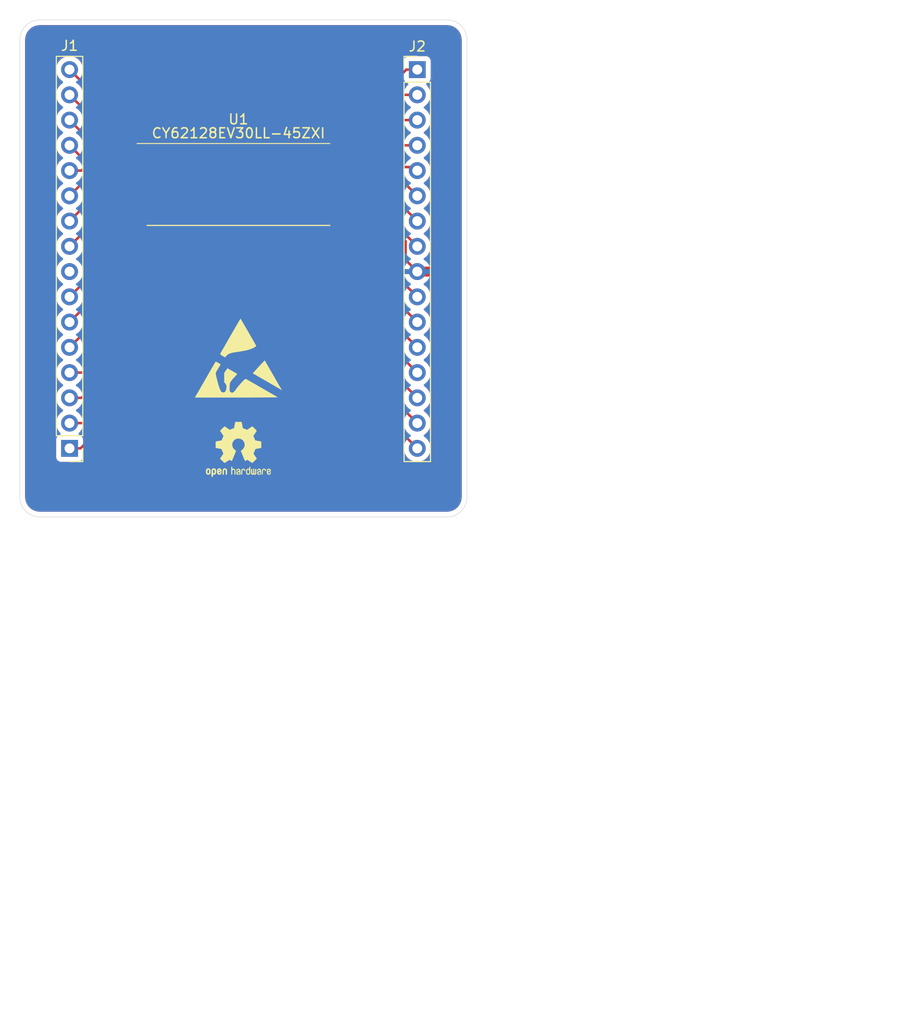
<source format=kicad_pcb>
(kicad_pcb (version 20171130) (host pcbnew "(5.1.5)-3")

  (general
    (thickness 1.6)
    (drawings 9)
    (tracks 110)
    (zones 0)
    (modules 5)
    (nets 34)
  )

  (page A4)
  (layers
    (0 F.Cu signal)
    (31 B.Cu signal)
    (32 B.Adhes user)
    (33 F.Adhes user)
    (34 B.Paste user)
    (35 F.Paste user)
    (36 B.SilkS user)
    (37 F.SilkS user)
    (38 B.Mask user)
    (39 F.Mask user)
    (40 Dwgs.User user)
    (41 Cmts.User user)
    (42 Eco1.User user)
    (43 Eco2.User user)
    (44 Edge.Cuts user)
    (45 Margin user)
    (46 B.CrtYd user)
    (47 F.CrtYd user)
    (48 B.Fab user)
    (49 F.Fab user)
  )

  (setup
    (last_trace_width 0.25)
    (trace_clearance 0.2)
    (zone_clearance 0.5)
    (zone_45_only yes)
    (trace_min 0.2)
    (via_size 0.8)
    (via_drill 0.4)
    (via_min_size 0.4)
    (via_min_drill 0.3)
    (user_via 0.65 0.35)
    (uvia_size 0.3)
    (uvia_drill 0.1)
    (uvias_allowed no)
    (uvia_min_size 0.2)
    (uvia_min_drill 0.1)
    (edge_width 0.05)
    (segment_width 0.2)
    (pcb_text_width 0.3)
    (pcb_text_size 1.5 1.5)
    (mod_edge_width 0.12)
    (mod_text_size 1 1)
    (mod_text_width 0.15)
    (pad_size 1.524 1.524)
    (pad_drill 0.762)
    (pad_to_mask_clearance 0.051)
    (solder_mask_min_width 0.25)
    (aux_axis_origin 0 0)
    (visible_elements 7FFDFFFF)
    (pcbplotparams
      (layerselection 0x010f0_ffffffff)
      (usegerberextensions false)
      (usegerberattributes false)
      (usegerberadvancedattributes false)
      (creategerberjobfile false)
      (excludeedgelayer true)
      (linewidth 0.100000)
      (plotframeref false)
      (viasonmask false)
      (mode 1)
      (useauxorigin false)
      (hpglpennumber 1)
      (hpglpenspeed 20)
      (hpglpendiameter 15.000000)
      (psnegative false)
      (psa4output false)
      (plotreference true)
      (plotvalue true)
      (plotinvisibletext false)
      (padsonsilk false)
      (subtractmaskfromsilk false)
      (outputformat 1)
      (mirror false)
      (drillshape 0)
      (scaleselection 1)
      (outputdirectory "gerb out/"))
  )

  (net 0 "")
  (net 1 "Net-(J1-Pad16)")
  (net 2 "Net-(J1-Pad15)")
  (net 3 "Net-(J1-Pad14)")
  (net 4 "Net-(J1-Pad13)")
  (net 5 "Net-(J1-Pad12)")
  (net 6 "Net-(J1-Pad11)")
  (net 7 "Net-(J1-Pad10)")
  (net 8 "Net-(J1-Pad9)")
  (net 9 "Net-(J1-Pad8)")
  (net 10 "Net-(J1-Pad7)")
  (net 11 "Net-(J1-Pad6)")
  (net 12 "Net-(J1-Pad5)")
  (net 13 "Net-(J1-Pad4)")
  (net 14 "Net-(J1-Pad3)")
  (net 15 "Net-(J1-Pad2)")
  (net 16 "Net-(J1-Pad1)")
  (net 17 "Net-(J2-Pad16)")
  (net 18 "Net-(J2-Pad15)")
  (net 19 "Net-(J2-Pad14)")
  (net 20 "Net-(J2-Pad13)")
  (net 21 "Net-(J2-Pad12)")
  (net 22 "Net-(J2-Pad11)")
  (net 23 "Net-(J2-Pad10)")
  (net 24 "Net-(J2-Pad8)")
  (net 25 "Net-(J2-Pad7)")
  (net 26 "Net-(J2-Pad6)")
  (net 27 "Net-(J2-Pad5)")
  (net 28 "Net-(J2-Pad4)")
  (net 29 "Net-(J2-Pad3)")
  (net 30 "Net-(J2-Pad2)")
  (net 31 "Net-(J2-Pad1)")
  (net 32 "Net-(U1-Pad9)")
  (net 33 "Net-(J2-Pad9)")

  (net_class Default "This is the default net class."
    (clearance 0.2)
    (trace_width 0.25)
    (via_dia 0.8)
    (via_drill 0.4)
    (uvia_dia 0.3)
    (uvia_drill 0.1)
    (add_net "Net-(J1-Pad1)")
    (add_net "Net-(J1-Pad10)")
    (add_net "Net-(J1-Pad11)")
    (add_net "Net-(J1-Pad12)")
    (add_net "Net-(J1-Pad13)")
    (add_net "Net-(J1-Pad14)")
    (add_net "Net-(J1-Pad15)")
    (add_net "Net-(J1-Pad16)")
    (add_net "Net-(J1-Pad2)")
    (add_net "Net-(J1-Pad3)")
    (add_net "Net-(J1-Pad4)")
    (add_net "Net-(J1-Pad5)")
    (add_net "Net-(J1-Pad6)")
    (add_net "Net-(J1-Pad7)")
    (add_net "Net-(J1-Pad8)")
    (add_net "Net-(J1-Pad9)")
    (add_net "Net-(J2-Pad1)")
    (add_net "Net-(J2-Pad10)")
    (add_net "Net-(J2-Pad11)")
    (add_net "Net-(J2-Pad12)")
    (add_net "Net-(J2-Pad13)")
    (add_net "Net-(J2-Pad14)")
    (add_net "Net-(J2-Pad15)")
    (add_net "Net-(J2-Pad16)")
    (add_net "Net-(J2-Pad2)")
    (add_net "Net-(J2-Pad3)")
    (add_net "Net-(J2-Pad4)")
    (add_net "Net-(J2-Pad5)")
    (add_net "Net-(J2-Pad6)")
    (add_net "Net-(J2-Pad7)")
    (add_net "Net-(J2-Pad8)")
    (add_net "Net-(J2-Pad9)")
    (add_net "Net-(U1-Pad9)")
  )

  (module Package_SO:TSOP-I-32_18.4x8mm_P0.5mm (layer F.Cu) (tedit 5A02F25C) (tstamp 5E717BBE)
    (at 112 56.5565)
    (descr "TSOP I, 32 pins, 18.4x8mm body (https://www.micron.com/~/media/documents/products/technical-note/nor-flash/tn1225_land_pad_design.pdf, http://www.fujitsu.com/downloads/MICRO/fma/pdfmcu/f32pm25.pdf)")
    (tags "TSOP I 32")
    (path /5E4E0DB8)
    (attr smd)
    (fp_text reference U1 (at 0 -6.5565) (layer F.SilkS)
      (effects (font (size 1 1) (thickness 0.15)))
    )
    (fp_text value CY62128EV30LL-45ZXI (at 0 5) (layer F.Fab)
      (effects (font (size 1 1) (thickness 0.15)))
    )
    (fp_line (start -8.2 -4) (end 9.2 -4) (layer F.Fab) (width 0.1))
    (fp_line (start -9.2 4) (end -9.2 -3) (layer F.Fab) (width 0.1))
    (fp_line (start 9.2 4) (end -9.2 4) (layer F.Fab) (width 0.1))
    (fp_line (start 9.2 -4) (end 9.2 4) (layer F.Fab) (width 0.1))
    (fp_text user %R (at 0 0) (layer F.Fab)
      (effects (font (size 1 1) (thickness 0.15)))
    )
    (fp_line (start -8.2 -4) (end -9.2 -3) (layer F.Fab) (width 0.1))
    (fp_line (start 9.2 -4.12) (end -10.2 -4.12) (layer F.SilkS) (width 0.1))
    (fp_line (start -9.2 4.12) (end 9.2 4.12) (layer F.SilkS) (width 0.12))
    (fp_line (start -10.55 -4.25) (end 10.55 -4.25) (layer F.CrtYd) (width 0.05))
    (fp_line (start 10.55 -4.25) (end 10.55 4.25) (layer F.CrtYd) (width 0.05))
    (fp_line (start 10.55 4.25) (end -10.55 4.25) (layer F.CrtYd) (width 0.05))
    (fp_line (start -10.55 4.25) (end -10.55 -4.25) (layer F.CrtYd) (width 0.05))
    (pad 32 smd rect (at 9.75 -3.75) (size 1.1 0.25) (layers F.Cu F.Paste F.Mask)
      (net 31 "Net-(J2-Pad1)"))
    (pad 31 smd rect (at 9.75 -3.25) (size 1.1 0.25) (layers F.Cu F.Paste F.Mask)
      (net 30 "Net-(J2-Pad2)"))
    (pad 30 smd rect (at 9.75 -2.75) (size 1.1 0.25) (layers F.Cu F.Paste F.Mask)
      (net 29 "Net-(J2-Pad3)"))
    (pad 29 smd rect (at 9.75 -2.25) (size 1.1 0.25) (layers F.Cu F.Paste F.Mask)
      (net 28 "Net-(J2-Pad4)"))
    (pad 28 smd rect (at 9.75 -1.75) (size 1.1 0.25) (layers F.Cu F.Paste F.Mask)
      (net 27 "Net-(J2-Pad5)"))
    (pad 27 smd rect (at 9.75 -1.25) (size 1.1 0.25) (layers F.Cu F.Paste F.Mask)
      (net 26 "Net-(J2-Pad6)"))
    (pad 26 smd rect (at 9.75 -0.75) (size 1.1 0.25) (layers F.Cu F.Paste F.Mask)
      (net 25 "Net-(J2-Pad7)"))
    (pad 25 smd rect (at 9.75 -0.25) (size 1.1 0.25) (layers F.Cu F.Paste F.Mask)
      (net 24 "Net-(J2-Pad8)"))
    (pad 24 smd rect (at 9.75 0.25) (size 1.1 0.25) (layers F.Cu F.Paste F.Mask)
      (net 33 "Net-(J2-Pad9)"))
    (pad 23 smd rect (at 9.75 0.75) (size 1.1 0.25) (layers F.Cu F.Paste F.Mask)
      (net 23 "Net-(J2-Pad10)"))
    (pad 22 smd rect (at 9.75 1.25) (size 1.1 0.25) (layers F.Cu F.Paste F.Mask)
      (net 22 "Net-(J2-Pad11)"))
    (pad 21 smd rect (at 9.75 1.75) (size 1.1 0.25) (layers F.Cu F.Paste F.Mask)
      (net 21 "Net-(J2-Pad12)"))
    (pad 20 smd rect (at 9.75 2.25) (size 1.1 0.25) (layers F.Cu F.Paste F.Mask)
      (net 20 "Net-(J2-Pad13)"))
    (pad 19 smd rect (at 9.75 2.75) (size 1.1 0.25) (layers F.Cu F.Paste F.Mask)
      (net 19 "Net-(J2-Pad14)"))
    (pad 18 smd rect (at 9.75 3.25) (size 1.1 0.25) (layers F.Cu F.Paste F.Mask)
      (net 18 "Net-(J2-Pad15)"))
    (pad 16 smd rect (at -9.75 3.75) (size 1.1 0.25) (layers F.Cu F.Paste F.Mask)
      (net 16 "Net-(J1-Pad1)"))
    (pad 15 smd rect (at -9.75 3.25) (size 1.1 0.25) (layers F.Cu F.Paste F.Mask)
      (net 15 "Net-(J1-Pad2)"))
    (pad 14 smd rect (at -9.75 2.75) (size 1.1 0.25) (layers F.Cu F.Paste F.Mask)
      (net 14 "Net-(J1-Pad3)"))
    (pad 13 smd rect (at -9.75 2.25) (size 1.1 0.25) (layers F.Cu F.Paste F.Mask)
      (net 13 "Net-(J1-Pad4)"))
    (pad 12 smd rect (at -9.75 1.75) (size 1.1 0.25) (layers F.Cu F.Paste F.Mask)
      (net 12 "Net-(J1-Pad5)"))
    (pad 11 smd rect (at -9.75 1.25) (size 1.1 0.25) (layers F.Cu F.Paste F.Mask)
      (net 11 "Net-(J1-Pad6)"))
    (pad 10 smd rect (at -9.75 0.75) (size 1.1 0.25) (layers F.Cu F.Paste F.Mask)
      (net 10 "Net-(J1-Pad7)"))
    (pad 9 smd rect (at -9.75 0.25) (size 1.1 0.25) (layers F.Cu F.Paste F.Mask)
      (net 32 "Net-(U1-Pad9)"))
    (pad 8 smd rect (at -9.75 -0.25) (size 1.1 0.25) (layers F.Cu F.Paste F.Mask)
      (net 8 "Net-(J1-Pad9)"))
    (pad 7 smd rect (at -9.75 -0.75) (size 1.1 0.25) (layers F.Cu F.Paste F.Mask)
      (net 7 "Net-(J1-Pad10)"))
    (pad 6 smd rect (at -9.75 -1.25) (size 1.1 0.25) (layers F.Cu F.Paste F.Mask)
      (net 6 "Net-(J1-Pad11)"))
    (pad 5 smd rect (at -9.75 -1.75) (size 1.1 0.25) (layers F.Cu F.Paste F.Mask)
      (net 5 "Net-(J1-Pad12)"))
    (pad 4 smd rect (at -9.75 -2.25) (size 1.1 0.25) (layers F.Cu F.Paste F.Mask)
      (net 4 "Net-(J1-Pad13)"))
    (pad 3 smd rect (at -9.75 -2.75) (size 1.1 0.25) (layers F.Cu F.Paste F.Mask)
      (net 3 "Net-(J1-Pad14)"))
    (pad 2 smd rect (at -9.75 -3.25) (size 1.1 0.25) (layers F.Cu F.Paste F.Mask)
      (net 2 "Net-(J1-Pad15)"))
    (pad 17 smd rect (at 9.75 3.75) (size 1.1 0.25) (layers F.Cu F.Paste F.Mask)
      (net 17 "Net-(J2-Pad16)"))
    (pad 1 smd rect (at -9.75 -3.75) (size 1.1 0.25) (layers F.Cu F.Paste F.Mask)
      (net 1 "Net-(J1-Pad16)"))
    (model ${KISYS3DMOD}/Package_SO.3dshapes/TSOP-I-32_18.4x8mm_P0.5mm.wrl
      (at (xyz 0 0 0))
      (scale (xyz 1 1 1))
      (rotate (xyz 0 0 0))
    )
  )

  (module Symbol:ESD-Logo_8.9x8mm_SilkScreen (layer F.Cu) (tedit 0) (tstamp 5E71A031)
    (at 112 74)
    (descr "Electrostatic discharge Logo")
    (tags "Logo ESD")
    (attr virtual)
    (fp_text reference REF** (at 0 0) (layer F.SilkS) hide
      (effects (font (size 1 1) (thickness 0.15)))
    )
    (fp_text value ESD-Logo_8.9x8mm_SilkScreen (at 0.75 0) (layer F.Fab) hide
      (effects (font (size 1 1) (thickness 0.15)))
    )
    (fp_poly (pts (xy 0.220878 -3.923834) (xy 0.251876 -3.873462) (xy 0.299634 -3.793659) (xy 0.362194 -3.68782)
      (xy 0.437597 -3.559341) (xy 0.523885 -3.411616) (xy 0.619101 -3.248042) (xy 0.721285 -3.072013)
      (xy 0.828481 -2.886925) (xy 0.938729 -2.696173) (xy 1.050071 -2.503153) (xy 1.16055 -2.311259)
      (xy 1.268207 -2.123889) (xy 1.371084 -1.944435) (xy 1.467223 -1.776295) (xy 1.554665 -1.622863)
      (xy 1.631453 -1.487535) (xy 1.695628 -1.373706) (xy 1.745233 -1.284771) (xy 1.778309 -1.224126)
      (xy 1.792897 -1.195167) (xy 1.793431 -1.193356) (xy 1.775321 -1.168783) (xy 1.72498 -1.131193)
      (xy 1.648395 -1.084278) (xy 1.551552 -1.031726) (xy 1.450167 -0.981787) (xy 1.312215 -0.921231)
      (xy 1.167142 -0.866821) (xy 1.00995 -0.817349) (xy 0.835643 -0.771605) (xy 0.639222 -0.72838)
      (xy 0.415689 -0.686466) (xy 0.160048 -0.644653) (xy -0.104394 -0.605716) (xy -0.334148 -0.571172)
      (xy -0.527083 -0.536974) (xy -0.688036 -0.501423) (xy -0.821845 -0.462818) (xy -0.93335 -0.419461)
      (xy -1.027386 -0.369652) (xy -1.108794 -0.311691) (xy -1.18241 -0.24388) (xy -1.206149 -0.218688)
      (xy -1.257603 -0.160042) (xy -1.295666 -0.112185) (xy -1.313323 -0.084042) (xy -1.313794 -0.081735)
      (xy -1.319972 -0.067584) (xy -1.34141 -0.067425) (xy -1.382467 -0.083139) (xy -1.447499 -0.116609)
      (xy -1.540863 -0.169719) (xy -1.605748 -0.207912) (xy -1.702499 -0.267615) (xy -1.777688 -0.318737)
      (xy -1.826261 -0.357601) (xy -1.843165 -0.380528) (xy -1.843155 -0.380695) (xy -1.832672 -0.402544)
      (xy -1.803069 -0.457261) (xy -1.756062 -0.541864) (xy -1.693371 -0.653371) (xy -1.616714 -0.788799)
      (xy -1.527809 -0.945167) (xy -1.428374 -1.119493) (xy -1.320128 -1.308794) (xy -1.204789 -1.510089)
      (xy -1.084076 -1.720395) (xy -0.959706 -1.936729) (xy -0.833399 -2.156111) (xy -0.706873 -2.375558)
      (xy -0.581845 -2.592088) (xy -0.460035 -2.802719) (xy -0.343161 -3.004468) (xy -0.23294 -3.194353)
      (xy -0.131092 -3.369394) (xy -0.039335 -3.526606) (xy 0.040613 -3.663009) (xy 0.107034 -3.77562)
      (xy 0.158209 -3.861457) (xy 0.19242 -3.917538) (xy 0.207948 -3.940881) (xy 0.208598 -3.941379)
      (xy 0.220878 -3.923834)) (layer F.SilkS) (width 0.01))
    (fp_poly (pts (xy 2.676146 0.315908) (xy 2.691469 0.34159) (xy 2.725911 0.400469) (xy 2.777769 0.489602)
      (xy 2.84534 0.606049) (xy 2.926921 0.746867) (xy 3.020809 0.909114) (xy 3.125299 1.089849)
      (xy 3.23869 1.28613) (xy 3.359278 1.495016) (xy 3.483313 1.710017) (xy 3.609987 1.929649)
      (xy 3.731608 2.140495) (xy 3.846412 2.339499) (xy 3.952638 2.523607) (xy 4.048523 2.689765)
      (xy 4.132302 2.834917) (xy 4.202214 2.956009) (xy 4.256496 3.049988) (xy 4.293385 3.113797)
      (xy 4.310731 3.143719) (xy 4.339007 3.194271) (xy 4.354382 3.225914) (xy 4.355224 3.23142)
      (xy 4.336488 3.221082) (xy 4.284386 3.191407) (xy 4.20164 3.143968) (xy 4.090975 3.080333)
      (xy 3.955114 3.002074) (xy 3.796781 2.910759) (xy 3.618698 2.80796) (xy 3.42359 2.695247)
      (xy 3.21418 2.574189) (xy 2.993191 2.446357) (xy 2.909113 2.397702) (xy 2.68417 2.267567)
      (xy 2.469524 2.143497) (xy 2.267932 2.027077) (xy 2.082148 1.919893) (xy 1.914928 1.823531)
      (xy 1.769027 1.739578) (xy 1.647201 1.66962) (xy 1.552204 1.615243) (xy 1.486792 1.578034)
      (xy 1.45372 1.559578) (xy 1.450262 1.55783) (xy 1.460339 1.542005) (xy 1.495407 1.499692)
      (xy 1.551885 1.43479) (xy 1.626193 1.351196) (xy 1.714752 1.252809) (xy 1.81398 1.143525)
      (xy 1.920298 1.027244) (xy 2.030125 0.907862) (xy 2.139882 0.789277) (xy 2.245988 0.675388)
      (xy 2.344862 0.570092) (xy 2.432926 0.477287) (xy 2.506599 0.40087) (xy 2.5623 0.34474)
      (xy 2.581403 0.326335) (xy 2.644708 0.266872) (xy 2.676146 0.315908)) (layer F.SilkS) (width 0.01))
    (fp_poly (pts (xy -2.259251 0.392036) (xy -2.215456 0.408972) (xy -2.148707 0.442601) (xy -2.052863 0.495334)
      (xy -2.045401 0.499525) (xy -1.957129 0.550001) (xy -1.882637 0.594223) (xy -1.82924 0.627731)
      (xy -1.804254 0.646064) (xy -1.803555 0.646962) (xy -1.809591 0.672414) (xy -1.837277 0.729255)
      (xy -1.884812 0.814389) (xy -1.950389 0.924717) (xy -2.032203 1.057144) (xy -2.128452 1.208571)
      (xy -2.152406 1.245707) (xy -2.214817 1.348757) (xy -2.260263 1.437432) (xy -2.284754 1.503714)
      (xy -2.287267 1.516807) (xy -2.286152 1.574443) (xy -2.273657 1.665865) (xy -2.25134 1.785208)
      (xy -2.22076 1.926609) (xy -2.183472 2.084203) (xy -2.141035 2.252126) (xy -2.095006 2.424514)
      (xy -2.046943 2.595501) (xy -1.998403 2.759224) (xy -1.950943 2.909818) (xy -1.906122 3.04142)
      (xy -1.865497 3.148163) (xy -1.837177 3.211494) (xy -1.803817 3.278957) (xy -1.772318 3.343511)
      (xy -1.770613 3.347045) (xy -1.718502 3.41225) (xy -1.642446 3.456156) (xy -1.553908 3.477197)
      (xy -1.464352 3.473807) (xy -1.385242 3.444423) (xy -1.340736 3.405736) (xy -1.276644 3.299636)
      (xy -1.229678 3.167405) (xy -1.20391 3.022527) (xy -1.200259 2.940394) (xy -1.214961 2.787105)
      (xy -1.25811 2.660166) (xy -1.332028 2.553418) (xy -1.355079 2.529657) (xy -1.423675 2.463009)
      (xy -1.428386 1.991916) (xy -1.433097 1.520822) (xy -1.313054 1.339106) (xy -1.256723 1.256856)
      (xy -1.202472 1.182865) (xy -1.158041 1.127448) (xy -1.138944 1.107056) (xy -1.084876 1.056723)
      (xy -1.01165 1.096158) (xy -0.965367 1.124415) (xy -0.940043 1.146354) (xy -0.938424 1.150299)
      (xy -0.921116 1.167023) (xy -0.891503 1.179476) (xy -0.862886 1.1907) (xy -0.819066 1.212024)
      (xy -0.756282 1.245529) (xy -0.670772 1.293296) (xy -0.558774 1.357407) (xy -0.416527 1.439944)
      (xy -0.339227 1.485065) (xy -0.248298 1.539111) (xy -0.188661 1.577604) (xy -0.155039 1.605044)
      (xy -0.142156 1.625934) (xy -0.144735 1.644775) (xy -0.146885 1.649152) (xy -0.167803 1.676714)
      (xy -0.21256 1.728416) (xy -0.275943 1.798475) (xy -0.352738 1.881107) (xy -0.419156 1.951156)
      (xy -0.57221 2.117414) (xy -0.691944 2.261519) (xy -0.779427 2.384921) (xy -0.835726 2.489068)
      (xy -0.854716 2.541954) (xy -0.86256 2.58825) (xy -0.870662 2.667221) (xy -0.878309 2.769846)
      (xy -0.884788 2.887103) (xy -0.887837 2.961248) (xy -0.892092 3.089427) (xy -0.893964 3.183138)
      (xy -0.892901 3.249583) (xy -0.888354 3.295961) (xy -0.879773 3.329474) (xy -0.866606 3.357321)
      (xy -0.856265 3.374324) (xy -0.796544 3.439862) (xy -0.719589 3.485532) (xy -0.63862 3.50545)
      (xy -0.577942 3.498244) (xy -0.523001 3.467066) (xy -0.454133 3.41123) (xy -0.380995 3.340474)
      (xy -0.313248 3.264537) (xy -0.26055 3.193159) (xy -0.241147 3.158668) (xy -0.212081 3.111441)
      (xy -0.159217 3.039506) (xy -0.087384 2.948485) (xy -0.001412 2.844) (xy 0.093868 2.731675)
      (xy 0.193627 2.61713) (xy 0.293034 2.50599) (xy 0.387259 2.403875) (xy 0.471473 2.316408)
      (xy 0.537591 2.252198) (xy 0.610999 2.188057) (xy 0.672753 2.140763) (xy 0.716066 2.115235)
      (xy 0.730445 2.112429) (xy 0.752479 2.123752) (xy 0.807438 2.154144) (xy 0.892152 2.20178)
      (xy 1.003448 2.264835) (xy 1.138156 2.341485) (xy 1.293103 2.429905) (xy 1.465119 2.52827)
      (xy 1.651032 2.634756) (xy 1.84767 2.747537) (xy 2.051863 2.864789) (xy 2.260439 2.984687)
      (xy 2.470225 3.105407) (xy 2.678052 3.225123) (xy 2.880747 3.342011) (xy 3.07514 3.454246)
      (xy 3.258058 3.560004) (xy 3.42633 3.65746) (xy 3.576785 3.744788) (xy 3.706251 3.820165)
      (xy 3.811557 3.881765) (xy 3.889532 3.927764) (xy 3.937004 3.956337) (xy 3.950763 3.965304)
      (xy 3.932231 3.967076) (xy 3.873933 3.968799) (xy 3.777809 3.970464) (xy 3.645799 3.972063)
      (xy 3.479846 3.973587) (xy 3.281889 3.975029) (xy 3.05387 3.97638) (xy 2.797729 3.977632)
      (xy 2.515408 3.978776) (xy 2.208847 3.979804) (xy 1.879987 3.980708) (xy 1.530769 3.981479)
      (xy 1.163135 3.982109) (xy 0.779024 3.98259) (xy 0.380377 3.982914) (xy -0.030863 3.983072)
      (xy -0.20342 3.983087) (xy -4.377414 3.983087) (xy -4.079732 3.466954) (xy -4.016714 3.357665)
      (xy -3.935594 3.21694) (xy -3.839084 3.049486) (xy -3.729897 2.860012) (xy -3.610745 2.653223)
      (xy -3.48434 2.433828) (xy -3.353395 2.206533) (xy -3.220621 1.976046) (xy -3.088731 1.747073)
      (xy -3.055376 1.689163) (xy -2.933753 1.478232) (xy -2.817772 1.277535) (xy -2.709175 1.090059)
      (xy -2.609706 0.918792) (xy -2.521108 0.766723) (xy -2.445122 0.636838) (xy -2.383493 0.532125)
      (xy -2.337963 0.455573) (xy -2.310275 0.410169) (xy -2.302528 0.398609) (xy -2.286228 0.389385)
      (xy -2.259251 0.392036)) (layer F.SilkS) (width 0.01))
  )

  (module Connector_PinHeader_2.54mm:PinHeader_1x16_P2.54mm_Vertical (layer F.Cu) (tedit 59FED5CC) (tstamp 5E717AF2)
    (at 130 45)
    (descr "Through hole straight pin header, 1x16, 2.54mm pitch, single row")
    (tags "Through hole pin header THT 1x16 2.54mm single row")
    (path /5E4EB0CD)
    (fp_text reference J2 (at 0 -2.33) (layer F.SilkS)
      (effects (font (size 1 1) (thickness 0.15)))
    )
    (fp_text value B (at 0 40.43) (layer F.Fab)
      (effects (font (size 1 1) (thickness 0.15)))
    )
    (fp_text user %R (at 0 19.05 90) (layer F.Fab)
      (effects (font (size 1 1) (thickness 0.15)))
    )
    (fp_line (start 1.8 -1.8) (end -1.8 -1.8) (layer F.CrtYd) (width 0.05))
    (fp_line (start 1.8 39.9) (end 1.8 -1.8) (layer F.CrtYd) (width 0.05))
    (fp_line (start -1.8 39.9) (end 1.8 39.9) (layer F.CrtYd) (width 0.05))
    (fp_line (start -1.8 -1.8) (end -1.8 39.9) (layer F.CrtYd) (width 0.05))
    (fp_line (start -1.33 -1.33) (end 0 -1.33) (layer F.SilkS) (width 0.12))
    (fp_line (start -1.33 0) (end -1.33 -1.33) (layer F.SilkS) (width 0.12))
    (fp_line (start -1.33 1.27) (end 1.33 1.27) (layer F.SilkS) (width 0.12))
    (fp_line (start 1.33 1.27) (end 1.33 39.43) (layer F.SilkS) (width 0.12))
    (fp_line (start -1.33 1.27) (end -1.33 39.43) (layer F.SilkS) (width 0.12))
    (fp_line (start -1.33 39.43) (end 1.33 39.43) (layer F.SilkS) (width 0.12))
    (fp_line (start -1.27 -0.635) (end -0.635 -1.27) (layer F.Fab) (width 0.1))
    (fp_line (start -1.27 39.37) (end -1.27 -0.635) (layer F.Fab) (width 0.1))
    (fp_line (start 1.27 39.37) (end -1.27 39.37) (layer F.Fab) (width 0.1))
    (fp_line (start 1.27 -1.27) (end 1.27 39.37) (layer F.Fab) (width 0.1))
    (fp_line (start -0.635 -1.27) (end 1.27 -1.27) (layer F.Fab) (width 0.1))
    (pad 16 thru_hole oval (at 0 38.1) (size 1.7 1.7) (drill 1) (layers *.Cu *.Mask)
      (net 17 "Net-(J2-Pad16)"))
    (pad 15 thru_hole oval (at 0 35.56) (size 1.7 1.7) (drill 1) (layers *.Cu *.Mask)
      (net 18 "Net-(J2-Pad15)"))
    (pad 14 thru_hole oval (at 0 33.02) (size 1.7 1.7) (drill 1) (layers *.Cu *.Mask)
      (net 19 "Net-(J2-Pad14)"))
    (pad 13 thru_hole oval (at 0 30.48) (size 1.7 1.7) (drill 1) (layers *.Cu *.Mask)
      (net 20 "Net-(J2-Pad13)"))
    (pad 12 thru_hole oval (at 0 27.94) (size 1.7 1.7) (drill 1) (layers *.Cu *.Mask)
      (net 21 "Net-(J2-Pad12)"))
    (pad 11 thru_hole oval (at 0 25.4) (size 1.7 1.7) (drill 1) (layers *.Cu *.Mask)
      (net 22 "Net-(J2-Pad11)"))
    (pad 10 thru_hole oval (at 0 22.86) (size 1.7 1.7) (drill 1) (layers *.Cu *.Mask)
      (net 23 "Net-(J2-Pad10)"))
    (pad 9 thru_hole oval (at 0 20.32) (size 1.7 1.7) (drill 1) (layers *.Cu *.Mask)
      (net 33 "Net-(J2-Pad9)"))
    (pad 8 thru_hole oval (at 0 17.78) (size 1.7 1.7) (drill 1) (layers *.Cu *.Mask)
      (net 24 "Net-(J2-Pad8)"))
    (pad 7 thru_hole oval (at 0 15.24) (size 1.7 1.7) (drill 1) (layers *.Cu *.Mask)
      (net 25 "Net-(J2-Pad7)"))
    (pad 6 thru_hole oval (at 0 12.7) (size 1.7 1.7) (drill 1) (layers *.Cu *.Mask)
      (net 26 "Net-(J2-Pad6)"))
    (pad 5 thru_hole oval (at 0 10.16) (size 1.7 1.7) (drill 1) (layers *.Cu *.Mask)
      (net 27 "Net-(J2-Pad5)"))
    (pad 4 thru_hole oval (at 0 7.62) (size 1.7 1.7) (drill 1) (layers *.Cu *.Mask)
      (net 28 "Net-(J2-Pad4)"))
    (pad 3 thru_hole oval (at 0 5.08) (size 1.7 1.7) (drill 1) (layers *.Cu *.Mask)
      (net 29 "Net-(J2-Pad3)"))
    (pad 2 thru_hole oval (at 0 2.54) (size 1.7 1.7) (drill 1) (layers *.Cu *.Mask)
      (net 30 "Net-(J2-Pad2)"))
    (pad 1 thru_hole rect (at 0 0) (size 1.7 1.7) (drill 1) (layers *.Cu *.Mask)
      (net 31 "Net-(J2-Pad1)"))
    (model ${KISYS3DMOD}/Connector_PinHeader_2.54mm.3dshapes/PinHeader_1x16_P2.54mm_Vertical.wrl
      (at (xyz 0 0 0))
      (scale (xyz 1 1 1))
      (rotate (xyz 0 0 0))
    )
  )

  (module Connector_PinHeader_2.54mm:PinHeader_1x16_P2.54mm_Vertical (layer F.Cu) (tedit 59FED5CC) (tstamp 5E717ACE)
    (at 95 83.1 180)
    (descr "Through hole straight pin header, 1x16, 2.54mm pitch, single row")
    (tags "Through hole pin header THT 1x16 2.54mm single row")
    (path /5E4E5E8B)
    (fp_text reference J1 (at 0 40.5) (layer F.SilkS)
      (effects (font (size 1 1) (thickness 0.15)))
    )
    (fp_text value A (at 0 -2.5) (layer F.Fab)
      (effects (font (size 1 1) (thickness 0.15)))
    )
    (fp_text user %R (at 0 19.05 90) (layer F.Fab)
      (effects (font (size 1 1) (thickness 0.15)))
    )
    (fp_line (start 1.8 -1.8) (end -1.8 -1.8) (layer F.CrtYd) (width 0.05))
    (fp_line (start 1.8 39.9) (end 1.8 -1.8) (layer F.CrtYd) (width 0.05))
    (fp_line (start -1.8 39.9) (end 1.8 39.9) (layer F.CrtYd) (width 0.05))
    (fp_line (start -1.8 -1.8) (end -1.8 39.9) (layer F.CrtYd) (width 0.05))
    (fp_line (start -1.33 -1.33) (end 0 -1.33) (layer F.SilkS) (width 0.12))
    (fp_line (start -1.33 0) (end -1.33 -1.33) (layer F.SilkS) (width 0.12))
    (fp_line (start -1.33 1.27) (end 1.33 1.27) (layer F.SilkS) (width 0.12))
    (fp_line (start 1.33 1.27) (end 1.33 39.43) (layer F.SilkS) (width 0.12))
    (fp_line (start -1.33 1.27) (end -1.33 39.43) (layer F.SilkS) (width 0.12))
    (fp_line (start -1.33 39.43) (end 1.33 39.43) (layer F.SilkS) (width 0.12))
    (fp_line (start -1.27 -0.635) (end -0.635 -1.27) (layer F.Fab) (width 0.1))
    (fp_line (start -1.27 39.37) (end -1.27 -0.635) (layer F.Fab) (width 0.1))
    (fp_line (start 1.27 39.37) (end -1.27 39.37) (layer F.Fab) (width 0.1))
    (fp_line (start 1.27 -1.27) (end 1.27 39.37) (layer F.Fab) (width 0.1))
    (fp_line (start -0.635 -1.27) (end 1.27 -1.27) (layer F.Fab) (width 0.1))
    (pad 16 thru_hole oval (at 0 38.1 180) (size 1.7 1.7) (drill 1) (layers *.Cu *.Mask)
      (net 1 "Net-(J1-Pad16)"))
    (pad 15 thru_hole oval (at 0 35.56 180) (size 1.7 1.7) (drill 1) (layers *.Cu *.Mask)
      (net 2 "Net-(J1-Pad15)"))
    (pad 14 thru_hole oval (at 0 33.02 180) (size 1.7 1.7) (drill 1) (layers *.Cu *.Mask)
      (net 3 "Net-(J1-Pad14)"))
    (pad 13 thru_hole oval (at 0 30.48 180) (size 1.7 1.7) (drill 1) (layers *.Cu *.Mask)
      (net 4 "Net-(J1-Pad13)"))
    (pad 12 thru_hole oval (at 0 27.94 180) (size 1.7 1.7) (drill 1) (layers *.Cu *.Mask)
      (net 5 "Net-(J1-Pad12)"))
    (pad 11 thru_hole oval (at 0 25.4 180) (size 1.7 1.7) (drill 1) (layers *.Cu *.Mask)
      (net 6 "Net-(J1-Pad11)"))
    (pad 10 thru_hole oval (at 0 22.86 180) (size 1.7 1.7) (drill 1) (layers *.Cu *.Mask)
      (net 7 "Net-(J1-Pad10)"))
    (pad 9 thru_hole oval (at 0 20.32 180) (size 1.7 1.7) (drill 1) (layers *.Cu *.Mask)
      (net 8 "Net-(J1-Pad9)"))
    (pad 8 thru_hole oval (at 0 17.78 180) (size 1.7 1.7) (drill 1) (layers *.Cu *.Mask)
      (net 9 "Net-(J1-Pad8)"))
    (pad 7 thru_hole oval (at 0 15.24 180) (size 1.7 1.7) (drill 1) (layers *.Cu *.Mask)
      (net 10 "Net-(J1-Pad7)"))
    (pad 6 thru_hole oval (at 0 12.7 180) (size 1.7 1.7) (drill 1) (layers *.Cu *.Mask)
      (net 11 "Net-(J1-Pad6)"))
    (pad 5 thru_hole oval (at 0 10.16 180) (size 1.7 1.7) (drill 1) (layers *.Cu *.Mask)
      (net 12 "Net-(J1-Pad5)"))
    (pad 4 thru_hole oval (at 0 7.62 180) (size 1.7 1.7) (drill 1) (layers *.Cu *.Mask)
      (net 13 "Net-(J1-Pad4)"))
    (pad 3 thru_hole oval (at 0 5.08 180) (size 1.7 1.7) (drill 1) (layers *.Cu *.Mask)
      (net 14 "Net-(J1-Pad3)"))
    (pad 2 thru_hole oval (at 0 2.54 180) (size 1.7 1.7) (drill 1) (layers *.Cu *.Mask)
      (net 15 "Net-(J1-Pad2)"))
    (pad 1 thru_hole rect (at 0 0 180) (size 1.7 1.7) (drill 1) (layers *.Cu *.Mask)
      (net 16 "Net-(J1-Pad1)"))
    (model ${KISYS3DMOD}/Connector_PinHeader_2.54mm.3dshapes/PinHeader_1x16_P2.54mm_Vertical.wrl
      (at (xyz 0 0 0))
      (scale (xyz 1 1 1))
      (rotate (xyz 0 0 0))
    )
  )

  (module Symbol:OSHW-Logo2_7.3x6mm_SilkScreen (layer F.Cu) (tedit 0) (tstamp 5E52CC42)
    (at 112 83.2)
    (descr "Open Source Hardware Symbol")
    (tags "Logo Symbol OSHW")
    (attr virtual)
    (fp_text reference REF** (at 0 0) (layer F.SilkS) hide
      (effects (font (size 1 1) (thickness 0.15)))
    )
    (fp_text value OSHW-Logo2_7.3x6mm_SilkScreen (at 0.75 0) (layer F.Fab) hide
      (effects (font (size 1 1) (thickness 0.15)))
    )
    (fp_poly (pts (xy 0.10391 -2.757652) (xy 0.182454 -2.757222) (xy 0.239298 -2.756058) (xy 0.278105 -2.753793)
      (xy 0.302538 -2.75006) (xy 0.316262 -2.744494) (xy 0.32294 -2.736727) (xy 0.326236 -2.726395)
      (xy 0.326556 -2.725057) (xy 0.331562 -2.700921) (xy 0.340829 -2.653299) (xy 0.353392 -2.587259)
      (xy 0.368287 -2.507872) (xy 0.384551 -2.420204) (xy 0.385119 -2.417125) (xy 0.40141 -2.331211)
      (xy 0.416652 -2.255304) (xy 0.429861 -2.193955) (xy 0.440054 -2.151718) (xy 0.446248 -2.133145)
      (xy 0.446543 -2.132816) (xy 0.464788 -2.123747) (xy 0.502405 -2.108633) (xy 0.551271 -2.090738)
      (xy 0.551543 -2.090642) (xy 0.613093 -2.067507) (xy 0.685657 -2.038035) (xy 0.754057 -2.008403)
      (xy 0.757294 -2.006938) (xy 0.868702 -1.956374) (xy 1.115399 -2.12484) (xy 1.191077 -2.176197)
      (xy 1.259631 -2.222111) (xy 1.317088 -2.25997) (xy 1.359476 -2.287163) (xy 1.382825 -2.301079)
      (xy 1.385042 -2.302111) (xy 1.40201 -2.297516) (xy 1.433701 -2.275345) (xy 1.481352 -2.234553)
      (xy 1.546198 -2.174095) (xy 1.612397 -2.109773) (xy 1.676214 -2.046388) (xy 1.733329 -1.988549)
      (xy 1.780305 -1.939825) (xy 1.813703 -1.90379) (xy 1.830085 -1.884016) (xy 1.830694 -1.882998)
      (xy 1.832505 -1.869428) (xy 1.825683 -1.847267) (xy 1.80854 -1.813522) (xy 1.779393 -1.7652)
      (xy 1.736555 -1.699308) (xy 1.679448 -1.614483) (xy 1.628766 -1.539823) (xy 1.583461 -1.47286)
      (xy 1.54615 -1.417484) (xy 1.519452 -1.37758) (xy 1.505985 -1.357038) (xy 1.505137 -1.355644)
      (xy 1.506781 -1.335962) (xy 1.519245 -1.297707) (xy 1.540048 -1.248111) (xy 1.547462 -1.232272)
      (xy 1.579814 -1.16171) (xy 1.614328 -1.081647) (xy 1.642365 -1.012371) (xy 1.662568 -0.960955)
      (xy 1.678615 -0.921881) (xy 1.687888 -0.901459) (xy 1.689041 -0.899886) (xy 1.706096 -0.897279)
      (xy 1.746298 -0.890137) (xy 1.804302 -0.879477) (xy 1.874763 -0.866315) (xy 1.952335 -0.851667)
      (xy 2.031672 -0.836551) (xy 2.107431 -0.821982) (xy 2.174264 -0.808978) (xy 2.226828 -0.798555)
      (xy 2.259776 -0.79173) (xy 2.267857 -0.789801) (xy 2.276205 -0.785038) (xy 2.282506 -0.774282)
      (xy 2.287045 -0.753902) (xy 2.290104 -0.720266) (xy 2.291967 -0.669745) (xy 2.292918 -0.598708)
      (xy 2.29324 -0.503524) (xy 2.293257 -0.464508) (xy 2.293257 -0.147201) (xy 2.217057 -0.132161)
      (xy 2.174663 -0.124005) (xy 2.1114 -0.112101) (xy 2.034962 -0.097884) (xy 1.953043 -0.08279)
      (xy 1.9304 -0.078645) (xy 1.854806 -0.063947) (xy 1.788953 -0.049495) (xy 1.738366 -0.036625)
      (xy 1.708574 -0.026678) (xy 1.703612 -0.023713) (xy 1.691426 -0.002717) (xy 1.673953 0.037967)
      (xy 1.654577 0.090322) (xy 1.650734 0.1016) (xy 1.625339 0.171523) (xy 1.593817 0.250418)
      (xy 1.562969 0.321266) (xy 1.562817 0.321595) (xy 1.511447 0.432733) (xy 1.680399 0.681253)
      (xy 1.849352 0.929772) (xy 1.632429 1.147058) (xy 1.566819 1.211726) (xy 1.506979 1.268733)
      (xy 1.456267 1.315033) (xy 1.418046 1.347584) (xy 1.395675 1.363343) (xy 1.392466 1.364343)
      (xy 1.373626 1.356469) (xy 1.33518 1.334578) (xy 1.28133 1.301267) (xy 1.216276 1.259131)
      (xy 1.14594 1.211943) (xy 1.074555 1.16381) (xy 1.010908 1.121928) (xy 0.959041 1.088871)
      (xy 0.922995 1.067218) (xy 0.906867 1.059543) (xy 0.887189 1.066037) (xy 0.849875 1.08315)
      (xy 0.802621 1.107326) (xy 0.797612 1.110013) (xy 0.733977 1.141927) (xy 0.690341 1.157579)
      (xy 0.663202 1.157745) (xy 0.649057 1.143204) (xy 0.648975 1.143) (xy 0.641905 1.125779)
      (xy 0.625042 1.084899) (xy 0.599695 1.023525) (xy 0.567171 0.944819) (xy 0.528778 0.851947)
      (xy 0.485822 0.748072) (xy 0.444222 0.647502) (xy 0.398504 0.536516) (xy 0.356526 0.433703)
      (xy 0.319548 0.342215) (xy 0.288827 0.265201) (xy 0.265622 0.205815) (xy 0.25119 0.167209)
      (xy 0.246743 0.1528) (xy 0.257896 0.136272) (xy 0.287069 0.10993) (xy 0.325971 0.080887)
      (xy 0.436757 -0.010961) (xy 0.523351 -0.116241) (xy 0.584716 -0.232734) (xy 0.619815 -0.358224)
      (xy 0.627608 -0.490493) (xy 0.621943 -0.551543) (xy 0.591078 -0.678205) (xy 0.53792 -0.790059)
      (xy 0.465767 -0.885999) (xy 0.377917 -0.964924) (xy 0.277665 -1.02573) (xy 0.16831 -1.067313)
      (xy 0.053147 -1.088572) (xy -0.064525 -1.088401) (xy -0.18141 -1.065699) (xy -0.294211 -1.019362)
      (xy -0.399631 -0.948287) (xy -0.443632 -0.908089) (xy -0.528021 -0.804871) (xy -0.586778 -0.692075)
      (xy -0.620296 -0.57299) (xy -0.628965 -0.450905) (xy -0.613177 -0.329107) (xy -0.573322 -0.210884)
      (xy -0.509793 -0.099525) (xy -0.422979 0.001684) (xy -0.325971 0.080887) (xy -0.285563 0.111162)
      (xy -0.257018 0.137219) (xy -0.246743 0.152825) (xy -0.252123 0.169843) (xy -0.267425 0.2105)
      (xy -0.291388 0.271642) (xy -0.322756 0.350119) (xy -0.360268 0.44278) (xy -0.402667 0.546472)
      (xy -0.444337 0.647526) (xy -0.49031 0.758607) (xy -0.532893 0.861541) (xy -0.570779 0.953165)
      (xy -0.60266 1.030316) (xy -0.627229 1.089831) (xy -0.64318 1.128544) (xy -0.64909 1.143)
      (xy -0.663052 1.157685) (xy -0.69006 1.157642) (xy -0.733587 1.142099) (xy -0.79711 1.110284)
      (xy -0.797612 1.110013) (xy -0.84544 1.085323) (xy -0.884103 1.067338) (xy -0.905905 1.059614)
      (xy -0.906867 1.059543) (xy -0.923279 1.067378) (xy -0.959513 1.089165) (xy -1.011526 1.122328)
      (xy -1.075275 1.164291) (xy -1.14594 1.211943) (xy -1.217884 1.260191) (xy -1.282726 1.302151)
      (xy -1.336265 1.335227) (xy -1.374303 1.356821) (xy -1.392467 1.364343) (xy -1.409192 1.354457)
      (xy -1.44282 1.326826) (xy -1.48999 1.284495) (xy -1.547342 1.230505) (xy -1.611516 1.167899)
      (xy -1.632503 1.146983) (xy -1.849501 0.929623) (xy -1.684332 0.68722) (xy -1.634136 0.612781)
      (xy -1.590081 0.545972) (xy -1.554638 0.490665) (xy -1.530281 0.450729) (xy -1.519478 0.430036)
      (xy -1.519162 0.428563) (xy -1.524857 0.409058) (xy -1.540174 0.369822) (xy -1.562463 0.31743)
      (xy -1.578107 0.282355) (xy -1.607359 0.215201) (xy -1.634906 0.147358) (xy -1.656263 0.090034)
      (xy -1.662065 0.072572) (xy -1.678548 0.025938) (xy -1.69466 -0.010095) (xy -1.70351 -0.023713)
      (xy -1.72304 -0.032048) (xy -1.765666 -0.043863) (xy -1.825855 -0.057819) (xy -1.898078 -0.072578)
      (xy -1.9304 -0.078645) (xy -2.012478 -0.093727) (xy -2.091205 -0.108331) (xy -2.158891 -0.12102)
      (xy -2.20784 -0.130358) (xy -2.217057 -0.132161) (xy -2.293257 -0.147201) (xy -2.293257 -0.464508)
      (xy -2.293086 -0.568846) (xy -2.292384 -0.647787) (xy -2.290866 -0.704962) (xy -2.288251 -0.744001)
      (xy -2.284254 -0.768535) (xy -2.278591 -0.782195) (xy -2.27098 -0.788611) (xy -2.267857 -0.789801)
      (xy -2.249022 -0.79402) (xy -2.207412 -0.802438) (xy -2.14837 -0.814039) (xy -2.077243 -0.827805)
      (xy -1.999375 -0.84272) (xy -1.920113 -0.857768) (xy -1.844802 -0.871931) (xy -1.778787 -0.884194)
      (xy -1.727413 -0.893539) (xy -1.696025 -0.89895) (xy -1.689041 -0.899886) (xy -1.682715 -0.912404)
      (xy -1.66871 -0.945754) (xy -1.649645 -0.993623) (xy -1.642366 -1.012371) (xy -1.613004 -1.084805)
      (xy -1.578429 -1.16483) (xy -1.547463 -1.232272) (xy -1.524677 -1.283841) (xy -1.509518 -1.326215)
      (xy -1.504458 -1.352166) (xy -1.505264 -1.355644) (xy -1.515959 -1.372064) (xy -1.54038 -1.408583)
      (xy -1.575905 -1.461313) (xy -1.619913 -1.526365) (xy -1.669783 -1.599849) (xy -1.679644 -1.614355)
      (xy -1.737508 -1.700296) (xy -1.780044 -1.765739) (xy -1.808946 -1.813696) (xy -1.82591 -1.84718)
      (xy -1.832633 -1.869205) (xy -1.83081 -1.882783) (xy -1.830764 -1.882869) (xy -1.816414 -1.900703)
      (xy -1.784677 -1.935183) (xy -1.73899 -1.982732) (xy -1.682796 -2.039778) (xy -1.619532 -2.102745)
      (xy -1.612398 -2.109773) (xy -1.53267 -2.18698) (xy -1.471143 -2.24367) (xy -1.426579 -2.28089)
      (xy -1.397743 -2.299685) (xy -1.385042 -2.302111) (xy -1.366506 -2.291529) (xy -1.328039 -2.267084)
      (xy -1.273614 -2.231388) (xy -1.207202 -2.187053) (xy -1.132775 -2.136689) (xy -1.115399 -2.12484)
      (xy -0.868703 -1.956374) (xy -0.757294 -2.006938) (xy -0.689543 -2.036405) (xy -0.616817 -2.066041)
      (xy -0.554297 -2.08967) (xy -0.551543 -2.090642) (xy -0.50264 -2.108543) (xy -0.464943 -2.12368)
      (xy -0.446575 -2.13279) (xy -0.446544 -2.132816) (xy -0.440715 -2.149283) (xy -0.430808 -2.189781)
      (xy -0.417805 -2.249758) (xy -0.402691 -2.32466) (xy -0.386448 -2.409936) (xy -0.385119 -2.417125)
      (xy -0.368825 -2.504986) (xy -0.353867 -2.58474) (xy -0.341209 -2.651319) (xy -0.331814 -2.699653)
      (xy -0.326646 -2.724675) (xy -0.326556 -2.725057) (xy -0.323411 -2.735701) (xy -0.317296 -2.743738)
      (xy -0.304547 -2.749533) (xy -0.2815 -2.753453) (xy -0.244491 -2.755865) (xy -0.189856 -2.757135)
      (xy -0.113933 -2.757629) (xy -0.013056 -2.757714) (xy 0 -2.757714) (xy 0.10391 -2.757652)) (layer F.SilkS) (width 0.01))
    (fp_poly (pts (xy 3.153595 1.966966) (xy 3.211021 2.004497) (xy 3.238719 2.038096) (xy 3.260662 2.099064)
      (xy 3.262405 2.147308) (xy 3.258457 2.211816) (xy 3.109686 2.276934) (xy 3.037349 2.310202)
      (xy 2.990084 2.336964) (xy 2.965507 2.360144) (xy 2.961237 2.382667) (xy 2.974889 2.407455)
      (xy 2.989943 2.423886) (xy 3.033746 2.450235) (xy 3.081389 2.452081) (xy 3.125145 2.431546)
      (xy 3.157289 2.390752) (xy 3.163038 2.376347) (xy 3.190576 2.331356) (xy 3.222258 2.312182)
      (xy 3.265714 2.295779) (xy 3.265714 2.357966) (xy 3.261872 2.400283) (xy 3.246823 2.435969)
      (xy 3.21528 2.476943) (xy 3.210592 2.482267) (xy 3.175506 2.51872) (xy 3.145347 2.538283)
      (xy 3.107615 2.547283) (xy 3.076335 2.55023) (xy 3.020385 2.550965) (xy 2.980555 2.54166)
      (xy 2.955708 2.527846) (xy 2.916656 2.497467) (xy 2.889625 2.464613) (xy 2.872517 2.423294)
      (xy 2.863238 2.367521) (xy 2.859693 2.291305) (xy 2.85941 2.252622) (xy 2.860372 2.206247)
      (xy 2.948007 2.206247) (xy 2.949023 2.231126) (xy 2.951556 2.2352) (xy 2.968274 2.229665)
      (xy 3.004249 2.215017) (xy 3.052331 2.19419) (xy 3.062386 2.189714) (xy 3.123152 2.158814)
      (xy 3.156632 2.131657) (xy 3.16399 2.10622) (xy 3.146391 2.080481) (xy 3.131856 2.069109)
      (xy 3.07941 2.046364) (xy 3.030322 2.050122) (xy 2.989227 2.077884) (xy 2.960758 2.127152)
      (xy 2.951631 2.166257) (xy 2.948007 2.206247) (xy 2.860372 2.206247) (xy 2.861285 2.162249)
      (xy 2.868196 2.095384) (xy 2.881884 2.046695) (xy 2.904096 2.010849) (xy 2.936574 1.982513)
      (xy 2.950733 1.973355) (xy 3.015053 1.949507) (xy 3.085473 1.948006) (xy 3.153595 1.966966)) (layer F.SilkS) (width 0.01))
    (fp_poly (pts (xy 2.6526 1.958752) (xy 2.669948 1.966334) (xy 2.711356 1.999128) (xy 2.746765 2.046547)
      (xy 2.768664 2.097151) (xy 2.772229 2.122098) (xy 2.760279 2.156927) (xy 2.734067 2.175357)
      (xy 2.705964 2.186516) (xy 2.693095 2.188572) (xy 2.686829 2.173649) (xy 2.674456 2.141175)
      (xy 2.669028 2.126502) (xy 2.63859 2.075744) (xy 2.59452 2.050427) (xy 2.53801 2.051206)
      (xy 2.533825 2.052203) (xy 2.503655 2.066507) (xy 2.481476 2.094393) (xy 2.466327 2.139287)
      (xy 2.45725 2.204615) (xy 2.453286 2.293804) (xy 2.452914 2.341261) (xy 2.45273 2.416071)
      (xy 2.451522 2.467069) (xy 2.448309 2.499471) (xy 2.442109 2.518495) (xy 2.43194 2.529356)
      (xy 2.416819 2.537272) (xy 2.415946 2.53767) (xy 2.386828 2.549981) (xy 2.372403 2.554514)
      (xy 2.370186 2.540809) (xy 2.368289 2.502925) (xy 2.366847 2.445715) (xy 2.365998 2.374027)
      (xy 2.365829 2.321565) (xy 2.366692 2.220047) (xy 2.37007 2.143032) (xy 2.377142 2.086023)
      (xy 2.389088 2.044526) (xy 2.40709 2.014043) (xy 2.432327 1.99008) (xy 2.457247 1.973355)
      (xy 2.517171 1.951097) (xy 2.586911 1.946076) (xy 2.6526 1.958752)) (layer F.SilkS) (width 0.01))
    (fp_poly (pts (xy 2.144876 1.956335) (xy 2.186667 1.975344) (xy 2.219469 1.998378) (xy 2.243503 2.024133)
      (xy 2.260097 2.057358) (xy 2.270577 2.1028) (xy 2.276271 2.165207) (xy 2.278507 2.249327)
      (xy 2.278743 2.304721) (xy 2.278743 2.520826) (xy 2.241774 2.53767) (xy 2.212656 2.549981)
      (xy 2.198231 2.554514) (xy 2.195472 2.541025) (xy 2.193282 2.504653) (xy 2.191942 2.451542)
      (xy 2.191657 2.409372) (xy 2.190434 2.348447) (xy 2.187136 2.300115) (xy 2.182321 2.270518)
      (xy 2.178496 2.264229) (xy 2.152783 2.270652) (xy 2.112418 2.287125) (xy 2.065679 2.309458)
      (xy 2.020845 2.333457) (xy 1.986193 2.35493) (xy 1.970002 2.369685) (xy 1.969938 2.369845)
      (xy 1.97133 2.397152) (xy 1.983818 2.423219) (xy 2.005743 2.444392) (xy 2.037743 2.451474)
      (xy 2.065092 2.450649) (xy 2.103826 2.450042) (xy 2.124158 2.459116) (xy 2.136369 2.483092)
      (xy 2.137909 2.487613) (xy 2.143203 2.521806) (xy 2.129047 2.542568) (xy 2.092148 2.552462)
      (xy 2.052289 2.554292) (xy 1.980562 2.540727) (xy 1.943432 2.521355) (xy 1.897576 2.475845)
      (xy 1.873256 2.419983) (xy 1.871073 2.360957) (xy 1.891629 2.305953) (xy 1.922549 2.271486)
      (xy 1.95342 2.252189) (xy 2.001942 2.227759) (xy 2.058485 2.202985) (xy 2.06791 2.199199)
      (xy 2.130019 2.171791) (xy 2.165822 2.147634) (xy 2.177337 2.123619) (xy 2.16658 2.096635)
      (xy 2.148114 2.075543) (xy 2.104469 2.049572) (xy 2.056446 2.047624) (xy 2.012406 2.067637)
      (xy 1.980709 2.107551) (xy 1.976549 2.117848) (xy 1.952327 2.155724) (xy 1.916965 2.183842)
      (xy 1.872343 2.206917) (xy 1.872343 2.141485) (xy 1.874969 2.101506) (xy 1.88623 2.069997)
      (xy 1.911199 2.036378) (xy 1.935169 2.010484) (xy 1.972441 1.973817) (xy 2.001401 1.954121)
      (xy 2.032505 1.94622) (xy 2.067713 1.944914) (xy 2.144876 1.956335)) (layer F.SilkS) (width 0.01))
    (fp_poly (pts (xy 1.779833 1.958663) (xy 1.782048 1.99685) (xy 1.783784 2.054886) (xy 1.784899 2.12818)
      (xy 1.785257 2.205055) (xy 1.785257 2.465196) (xy 1.739326 2.511127) (xy 1.707675 2.539429)
      (xy 1.67989 2.550893) (xy 1.641915 2.550168) (xy 1.62684 2.548321) (xy 1.579726 2.542948)
      (xy 1.540756 2.539869) (xy 1.531257 2.539585) (xy 1.499233 2.541445) (xy 1.453432 2.546114)
      (xy 1.435674 2.548321) (xy 1.392057 2.551735) (xy 1.362745 2.54432) (xy 1.33368 2.521427)
      (xy 1.323188 2.511127) (xy 1.277257 2.465196) (xy 1.277257 1.978602) (xy 1.314226 1.961758)
      (xy 1.346059 1.949282) (xy 1.364683 1.944914) (xy 1.369458 1.958718) (xy 1.373921 1.997286)
      (xy 1.377775 2.056356) (xy 1.380722 2.131663) (xy 1.382143 2.195286) (xy 1.386114 2.445657)
      (xy 1.420759 2.450556) (xy 1.452268 2.447131) (xy 1.467708 2.436041) (xy 1.472023 2.415308)
      (xy 1.475708 2.371145) (xy 1.478469 2.309146) (xy 1.480012 2.234909) (xy 1.480235 2.196706)
      (xy 1.480457 1.976783) (xy 1.526166 1.960849) (xy 1.558518 1.950015) (xy 1.576115 1.944962)
      (xy 1.576623 1.944914) (xy 1.578388 1.958648) (xy 1.580329 1.99673) (xy 1.582282 2.054482)
      (xy 1.584084 2.127227) (xy 1.585343 2.195286) (xy 1.589314 2.445657) (xy 1.6764 2.445657)
      (xy 1.680396 2.21724) (xy 1.684392 1.988822) (xy 1.726847 1.966868) (xy 1.758192 1.951793)
      (xy 1.776744 1.944951) (xy 1.777279 1.944914) (xy 1.779833 1.958663)) (layer F.SilkS) (width 0.01))
    (fp_poly (pts (xy 1.190117 2.065358) (xy 1.189933 2.173837) (xy 1.189219 2.257287) (xy 1.187675 2.319704)
      (xy 1.185001 2.365085) (xy 1.180894 2.397429) (xy 1.175055 2.420733) (xy 1.167182 2.438995)
      (xy 1.161221 2.449418) (xy 1.111855 2.505945) (xy 1.049264 2.541377) (xy 0.980013 2.55409)
      (xy 0.910668 2.542463) (xy 0.869375 2.521568) (xy 0.826025 2.485422) (xy 0.796481 2.441276)
      (xy 0.778655 2.383462) (xy 0.770463 2.306313) (xy 0.769302 2.249714) (xy 0.769458 2.245647)
      (xy 0.870857 2.245647) (xy 0.871476 2.31055) (xy 0.874314 2.353514) (xy 0.88084 2.381622)
      (xy 0.892523 2.401953) (xy 0.906483 2.417288) (xy 0.953365 2.44689) (xy 1.003701 2.449419)
      (xy 1.051276 2.424705) (xy 1.054979 2.421356) (xy 1.070783 2.403935) (xy 1.080693 2.383209)
      (xy 1.086058 2.352362) (xy 1.088228 2.304577) (xy 1.088571 2.251748) (xy 1.087827 2.185381)
      (xy 1.084748 2.141106) (xy 1.078061 2.112009) (xy 1.066496 2.091173) (xy 1.057013 2.080107)
      (xy 1.01296 2.052198) (xy 0.962224 2.048843) (xy 0.913796 2.070159) (xy 0.90445 2.078073)
      (xy 0.88854 2.095647) (xy 0.87861 2.116587) (xy 0.873278 2.147782) (xy 0.871163 2.196122)
      (xy 0.870857 2.245647) (xy 0.769458 2.245647) (xy 0.77281 2.158568) (xy 0.784726 2.090086)
      (xy 0.807135 2.0386) (xy 0.842124 1.998443) (xy 0.869375 1.977861) (xy 0.918907 1.955625)
      (xy 0.976316 1.945304) (xy 1.029682 1.948067) (xy 1.059543 1.959212) (xy 1.071261 1.962383)
      (xy 1.079037 1.950557) (xy 1.084465 1.918866) (xy 1.088571 1.870593) (xy 1.093067 1.816829)
      (xy 1.099313 1.784482) (xy 1.110676 1.765985) (xy 1.130528 1.75377) (xy 1.143 1.748362)
      (xy 1.190171 1.728601) (xy 1.190117 2.065358)) (layer F.SilkS) (width 0.01))
    (fp_poly (pts (xy 0.529926 1.949755) (xy 0.595858 1.974084) (xy 0.649273 2.017117) (xy 0.670164 2.047409)
      (xy 0.692939 2.102994) (xy 0.692466 2.143186) (xy 0.668562 2.170217) (xy 0.659717 2.174813)
      (xy 0.62153 2.189144) (xy 0.602028 2.185472) (xy 0.595422 2.161407) (xy 0.595086 2.148114)
      (xy 0.582992 2.09921) (xy 0.551471 2.064999) (xy 0.507659 2.048476) (xy 0.458695 2.052634)
      (xy 0.418894 2.074227) (xy 0.40545 2.086544) (xy 0.395921 2.101487) (xy 0.389485 2.124075)
      (xy 0.385317 2.159328) (xy 0.382597 2.212266) (xy 0.380502 2.287907) (xy 0.37996 2.311857)
      (xy 0.377981 2.39379) (xy 0.375731 2.451455) (xy 0.372357 2.489608) (xy 0.367006 2.513004)
      (xy 0.358824 2.526398) (xy 0.346959 2.534545) (xy 0.339362 2.538144) (xy 0.307102 2.550452)
      (xy 0.288111 2.554514) (xy 0.281836 2.540948) (xy 0.278006 2.499934) (xy 0.2766 2.430999)
      (xy 0.277598 2.333669) (xy 0.277908 2.318657) (xy 0.280101 2.229859) (xy 0.282693 2.165019)
      (xy 0.286382 2.119067) (xy 0.291864 2.086935) (xy 0.299835 2.063553) (xy 0.310993 2.043852)
      (xy 0.31683 2.03541) (xy 0.350296 1.998057) (xy 0.387727 1.969003) (xy 0.392309 1.966467)
      (xy 0.459426 1.946443) (xy 0.529926 1.949755)) (layer F.SilkS) (width 0.01))
    (fp_poly (pts (xy 0.039744 1.950968) (xy 0.096616 1.972087) (xy 0.097267 1.972493) (xy 0.13244 1.99838)
      (xy 0.158407 2.028633) (xy 0.17667 2.068058) (xy 0.188732 2.121462) (xy 0.196096 2.193651)
      (xy 0.200264 2.289432) (xy 0.200629 2.303078) (xy 0.205876 2.508842) (xy 0.161716 2.531678)
      (xy 0.129763 2.54711) (xy 0.11047 2.554423) (xy 0.109578 2.554514) (xy 0.106239 2.541022)
      (xy 0.103587 2.504626) (xy 0.101956 2.451452) (xy 0.1016 2.408393) (xy 0.101592 2.338641)
      (xy 0.098403 2.294837) (xy 0.087288 2.273944) (xy 0.063501 2.272925) (xy 0.022296 2.288741)
      (xy -0.039914 2.317815) (xy -0.085659 2.341963) (xy -0.109187 2.362913) (xy -0.116104 2.385747)
      (xy -0.116114 2.386877) (xy -0.104701 2.426212) (xy -0.070908 2.447462) (xy -0.019191 2.450539)
      (xy 0.018061 2.450006) (xy 0.037703 2.460735) (xy 0.049952 2.486505) (xy 0.057002 2.519337)
      (xy 0.046842 2.537966) (xy 0.043017 2.540632) (xy 0.007001 2.55134) (xy -0.043434 2.552856)
      (xy -0.095374 2.545759) (xy -0.132178 2.532788) (xy -0.183062 2.489585) (xy -0.211986 2.429446)
      (xy -0.217714 2.382462) (xy -0.213343 2.340082) (xy -0.197525 2.305488) (xy -0.166203 2.274763)
      (xy -0.115322 2.24399) (xy -0.040824 2.209252) (xy -0.036286 2.207288) (xy 0.030821 2.176287)
      (xy 0.072232 2.150862) (xy 0.089981 2.128014) (xy 0.086107 2.104745) (xy 0.062643 2.078056)
      (xy 0.055627 2.071914) (xy 0.00863 2.0481) (xy -0.040067 2.049103) (xy -0.082478 2.072451)
      (xy -0.110616 2.115675) (xy -0.113231 2.12416) (xy -0.138692 2.165308) (xy -0.170999 2.185128)
      (xy -0.217714 2.20477) (xy -0.217714 2.15395) (xy -0.203504 2.080082) (xy -0.161325 2.012327)
      (xy -0.139376 1.989661) (xy -0.089483 1.960569) (xy -0.026033 1.9474) (xy 0.039744 1.950968)) (layer F.SilkS) (width 0.01))
    (fp_poly (pts (xy -0.624114 1.851289) (xy -0.619861 1.910613) (xy -0.614975 1.945572) (xy -0.608205 1.96082)
      (xy -0.598298 1.961015) (xy -0.595086 1.959195) (xy -0.552356 1.946015) (xy -0.496773 1.946785)
      (xy -0.440263 1.960333) (xy -0.404918 1.977861) (xy -0.368679 2.005861) (xy -0.342187 2.037549)
      (xy -0.324001 2.077813) (xy -0.312678 2.131543) (xy -0.306778 2.203626) (xy -0.304857 2.298951)
      (xy -0.304823 2.317237) (xy -0.3048 2.522646) (xy -0.350509 2.53858) (xy -0.382973 2.54942)
      (xy -0.400785 2.554468) (xy -0.401309 2.554514) (xy -0.403063 2.540828) (xy -0.404556 2.503076)
      (xy -0.405674 2.446224) (xy -0.406303 2.375234) (xy -0.4064 2.332073) (xy -0.406602 2.246973)
      (xy -0.407642 2.185981) (xy -0.410169 2.144177) (xy -0.414836 2.116642) (xy -0.422293 2.098456)
      (xy -0.433189 2.084698) (xy -0.439993 2.078073) (xy -0.486728 2.051375) (xy -0.537728 2.049375)
      (xy -0.583999 2.071955) (xy -0.592556 2.080107) (xy -0.605107 2.095436) (xy -0.613812 2.113618)
      (xy -0.619369 2.139909) (xy -0.622474 2.179562) (xy -0.623824 2.237832) (xy -0.624114 2.318173)
      (xy -0.624114 2.522646) (xy -0.669823 2.53858) (xy -0.702287 2.54942) (xy -0.720099 2.554468)
      (xy -0.720623 2.554514) (xy -0.721963 2.540623) (xy -0.723172 2.501439) (xy -0.724199 2.4407)
      (xy -0.724998 2.362141) (xy -0.725519 2.269498) (xy -0.725714 2.166509) (xy -0.725714 1.769342)
      (xy -0.678543 1.749444) (xy -0.631371 1.729547) (xy -0.624114 1.851289)) (layer F.SilkS) (width 0.01))
    (fp_poly (pts (xy -1.831697 1.931239) (xy -1.774473 1.969735) (xy -1.730251 2.025335) (xy -1.703833 2.096086)
      (xy -1.69849 2.148162) (xy -1.699097 2.169893) (xy -1.704178 2.186531) (xy -1.718145 2.201437)
      (xy -1.745411 2.217973) (xy -1.790388 2.239498) (xy -1.857489 2.269374) (xy -1.857829 2.269524)
      (xy -1.919593 2.297813) (xy -1.970241 2.322933) (xy -2.004596 2.342179) (xy -2.017482 2.352848)
      (xy -2.017486 2.352934) (xy -2.006128 2.376166) (xy -1.979569 2.401774) (xy -1.949077 2.420221)
      (xy -1.93363 2.423886) (xy -1.891485 2.411212) (xy -1.855192 2.379471) (xy -1.837483 2.344572)
      (xy -1.820448 2.318845) (xy -1.787078 2.289546) (xy -1.747851 2.264235) (xy -1.713244 2.250471)
      (xy -1.706007 2.249714) (xy -1.697861 2.26216) (xy -1.69737 2.293972) (xy -1.703357 2.336866)
      (xy -1.714643 2.382558) (xy -1.73005 2.422761) (xy -1.730829 2.424322) (xy -1.777196 2.489062)
      (xy -1.837289 2.533097) (xy -1.905535 2.554711) (xy -1.976362 2.552185) (xy -2.044196 2.523804)
      (xy -2.047212 2.521808) (xy -2.100573 2.473448) (xy -2.13566 2.410352) (xy -2.155078 2.327387)
      (xy -2.157684 2.304078) (xy -2.162299 2.194055) (xy -2.156767 2.142748) (xy -2.017486 2.142748)
      (xy -2.015676 2.174753) (xy -2.005778 2.184093) (xy -1.981102 2.177105) (xy -1.942205 2.160587)
      (xy -1.898725 2.139881) (xy -1.897644 2.139333) (xy -1.860791 2.119949) (xy -1.846 2.107013)
      (xy -1.849647 2.093451) (xy -1.865005 2.075632) (xy -1.904077 2.049845) (xy -1.946154 2.04795)
      (xy -1.983897 2.066717) (xy -2.009966 2.102915) (xy -2.017486 2.142748) (xy -2.156767 2.142748)
      (xy -2.152806 2.106027) (xy -2.12845 2.036212) (xy -2.094544 1.987302) (xy -2.033347 1.937878)
      (xy -1.965937 1.913359) (xy -1.89712 1.911797) (xy -1.831697 1.931239)) (layer F.SilkS) (width 0.01))
    (fp_poly (pts (xy -2.958885 1.921962) (xy -2.890855 1.957733) (xy -2.840649 2.015301) (xy -2.822815 2.052312)
      (xy -2.808937 2.107882) (xy -2.801833 2.178096) (xy -2.80116 2.254727) (xy -2.806573 2.329552)
      (xy -2.81773 2.394342) (xy -2.834286 2.440873) (xy -2.839374 2.448887) (xy -2.899645 2.508707)
      (xy -2.971231 2.544535) (xy -3.048908 2.55502) (xy -3.127452 2.53881) (xy -3.149311 2.529092)
      (xy -3.191878 2.499143) (xy -3.229237 2.459433) (xy -3.232768 2.454397) (xy -3.247119 2.430124)
      (xy -3.256606 2.404178) (xy -3.26221 2.370022) (xy -3.264914 2.321119) (xy -3.265701 2.250935)
      (xy -3.265714 2.2352) (xy -3.265678 2.230192) (xy -3.120571 2.230192) (xy -3.119727 2.29643)
      (xy -3.116404 2.340386) (xy -3.109417 2.368779) (xy -3.097584 2.388325) (xy -3.091543 2.394857)
      (xy -3.056814 2.41968) (xy -3.023097 2.418548) (xy -2.989005 2.397016) (xy -2.968671 2.374029)
      (xy -2.956629 2.340478) (xy -2.949866 2.287569) (xy -2.949402 2.281399) (xy -2.948248 2.185513)
      (xy -2.960312 2.114299) (xy -2.98543 2.068194) (xy -3.02344 2.047635) (xy -3.037008 2.046514)
      (xy -3.072636 2.052152) (xy -3.097006 2.071686) (xy -3.111907 2.109042) (xy -3.119125 2.16815)
      (xy -3.120571 2.230192) (xy -3.265678 2.230192) (xy -3.265174 2.160413) (xy -3.262904 2.108159)
      (xy -3.257932 2.071949) (xy -3.249287 2.045299) (xy -3.235995 2.021722) (xy -3.233057 2.017338)
      (xy -3.183687 1.958249) (xy -3.129891 1.923947) (xy -3.064398 1.910331) (xy -3.042158 1.909665)
      (xy -2.958885 1.921962)) (layer F.SilkS) (width 0.01))
    (fp_poly (pts (xy -1.283907 1.92778) (xy -1.237328 1.954723) (xy -1.204943 1.981466) (xy -1.181258 2.009484)
      (xy -1.164941 2.043748) (xy -1.154661 2.089227) (xy -1.149086 2.150892) (xy -1.146884 2.233711)
      (xy -1.146629 2.293246) (xy -1.146629 2.512391) (xy -1.208314 2.540044) (xy -1.27 2.567697)
      (xy -1.277257 2.32767) (xy -1.280256 2.238028) (xy -1.283402 2.172962) (xy -1.287299 2.128026)
      (xy -1.292553 2.09877) (xy -1.299769 2.080748) (xy -1.30955 2.069511) (xy -1.312688 2.067079)
      (xy -1.360239 2.048083) (xy -1.408303 2.0556) (xy -1.436914 2.075543) (xy -1.448553 2.089675)
      (xy -1.456609 2.10822) (xy -1.461729 2.136334) (xy -1.464559 2.179173) (xy -1.465744 2.241895)
      (xy -1.465943 2.307261) (xy -1.465982 2.389268) (xy -1.467386 2.447316) (xy -1.472086 2.486465)
      (xy -1.482013 2.51178) (xy -1.499097 2.528323) (xy -1.525268 2.541156) (xy -1.560225 2.554491)
      (xy -1.598404 2.569007) (xy -1.593859 2.311389) (xy -1.592029 2.218519) (xy -1.589888 2.149889)
      (xy -1.586819 2.100711) (xy -1.582206 2.066198) (xy -1.575432 2.041562) (xy -1.565881 2.022016)
      (xy -1.554366 2.00477) (xy -1.49881 1.94968) (xy -1.43102 1.917822) (xy -1.357287 1.910191)
      (xy -1.283907 1.92778)) (layer F.SilkS) (width 0.01))
    (fp_poly (pts (xy -2.400256 1.919918) (xy -2.344799 1.947568) (xy -2.295852 1.99848) (xy -2.282371 2.017338)
      (xy -2.267686 2.042015) (xy -2.258158 2.068816) (xy -2.252707 2.104587) (xy -2.250253 2.156169)
      (xy -2.249714 2.224267) (xy -2.252148 2.317588) (xy -2.260606 2.387657) (xy -2.276826 2.439931)
      (xy -2.302546 2.479869) (xy -2.339503 2.512929) (xy -2.342218 2.514886) (xy -2.37864 2.534908)
      (xy -2.422498 2.544815) (xy -2.478276 2.547257) (xy -2.568952 2.547257) (xy -2.56899 2.635283)
      (xy -2.569834 2.684308) (xy -2.574976 2.713065) (xy -2.588413 2.730311) (xy -2.614142 2.744808)
      (xy -2.620321 2.747769) (xy -2.649236 2.761648) (xy -2.671624 2.770414) (xy -2.688271 2.771171)
      (xy -2.699964 2.761023) (xy -2.70749 2.737073) (xy -2.711634 2.696426) (xy -2.713185 2.636186)
      (xy -2.712929 2.553455) (xy -2.711651 2.445339) (xy -2.711252 2.413) (xy -2.709815 2.301524)
      (xy -2.708528 2.228603) (xy -2.569029 2.228603) (xy -2.568245 2.290499) (xy -2.56476 2.330997)
      (xy -2.556876 2.357708) (xy -2.542895 2.378244) (xy -2.533403 2.38826) (xy -2.494596 2.417567)
      (xy -2.460237 2.419952) (xy -2.424784 2.39575) (xy -2.423886 2.394857) (xy -2.409461 2.376153)
      (xy -2.400687 2.350732) (xy -2.396261 2.311584) (xy -2.394882 2.251697) (xy -2.394857 2.23843)
      (xy -2.398188 2.155901) (xy -2.409031 2.098691) (xy -2.42866 2.063766) (xy -2.45835 2.048094)
      (xy -2.475509 2.046514) (xy -2.516234 2.053926) (xy -2.544168 2.07833) (xy -2.560983 2.12298)
      (xy -2.56835 2.19113) (xy -2.569029 2.228603) (xy -2.708528 2.228603) (xy -2.708292 2.215245)
      (xy -2.706323 2.150333) (xy -2.70355 2.102958) (xy -2.699612 2.06929) (xy -2.694151 2.045498)
      (xy -2.686808 2.027753) (xy -2.677223 2.012224) (xy -2.673113 2.006381) (xy -2.618595 1.951185)
      (xy -2.549664 1.91989) (xy -2.469928 1.911165) (xy -2.400256 1.919918)) (layer F.SilkS) (width 0.01))
  )

  (gr_text CY62128EV30LL-45ZXI (at 112 51.4) (layer F.SilkS)
    (effects (font (size 1 1) (thickness 0.15)))
  )
  (gr_arc (start 92 42) (end 92 40) (angle -90) (layer Edge.Cuts) (width 0.05) (tstamp 5E4F5207))
  (gr_arc (start 133 42) (end 135 42) (angle -90) (layer Edge.Cuts) (width 0.05) (tstamp 5E4F5207))
  (gr_arc (start 133 88) (end 133 90) (angle -90) (layer Edge.Cuts) (width 0.05) (tstamp 5E4F5207))
  (gr_arc (start 92 88) (end 90 88) (angle -90) (layer Edge.Cuts) (width 0.05))
  (gr_line (start 90 88) (end 90 42) (layer Edge.Cuts) (width 0.05) (tstamp 5E4EE885))
  (gr_line (start 133 90) (end 92 90) (layer Edge.Cuts) (width 0.05))
  (gr_line (start 135 42) (end 135 88) (layer Edge.Cuts) (width 0.05))
  (gr_line (start 92 40) (end 133 40) (layer Edge.Cuts) (width 0.05))

  (segment (start 102.25 52.25) (end 95 45) (width 0.25) (layer F.Cu) (net 1))
  (segment (start 102.25 52.8065) (end 102.25 52.25) (width 0.25) (layer F.Cu) (net 1))
  (segment (start 100.7665 53.3065) (end 95 47.54) (width 0.25) (layer F.Cu) (net 2))
  (segment (start 102.25 53.3065) (end 100.7665 53.3065) (width 0.25) (layer F.Cu) (net 2))
  (segment (start 98.7265 53.8065) (end 95 50.08) (width 0.25) (layer F.Cu) (net 3))
  (segment (start 102.25 53.8065) (end 98.7265 53.8065) (width 0.25) (layer F.Cu) (net 3))
  (segment (start 96.6865 54.3065) (end 102.25 54.3065) (width 0.25) (layer F.Cu) (net 4))
  (segment (start 95 52.62) (end 96.6865 54.3065) (width 0.25) (layer F.Cu) (net 4))
  (segment (start 101.45 54.8065) (end 102.25 54.8065) (width 0.25) (layer F.Cu) (net 5))
  (segment (start 96.555581 54.8065) (end 101.45 54.8065) (width 0.25) (layer F.Cu) (net 5))
  (segment (start 96.202081 55.16) (end 96.555581 54.8065) (width 0.25) (layer F.Cu) (net 5))
  (segment (start 95 55.16) (end 96.202081 55.16) (width 0.25) (layer F.Cu) (net 5))
  (segment (start 97.3935 55.3065) (end 102.25 55.3065) (width 0.25) (layer F.Cu) (net 6))
  (segment (start 95 57.7) (end 97.3935 55.3065) (width 0.25) (layer F.Cu) (net 6))
  (segment (start 95 60.24) (end 99.44 55.8) (width 0.25) (layer F.Cu) (net 7))
  (segment (start 99.4465 55.8065) (end 102.25 55.8065) (width 0.25) (layer F.Cu) (net 7))
  (segment (start 99.44 55.8) (end 99.4465 55.8065) (width 0.25) (layer F.Cu) (net 7))
  (segment (start 101.45 56.3065) (end 102.25 56.3065) (width 0.25) (layer F.Cu) (net 8))
  (segment (start 95 62.78) (end 97.199956 60.580044) (width 0.25) (layer F.Cu) (net 8))
  (segment (start 97.199956 60.580044) (end 97.199956 59.200044) (width 0.25) (layer F.Cu) (net 8))
  (segment (start 97.199956 59.200044) (end 100.0935 56.3065) (width 0.25) (layer F.Cu) (net 8))
  (segment (start 100.0935 56.3065) (end 101.45 56.3065) (width 0.25) (layer F.Cu) (net 8))
  (segment (start 95 67.86) (end 97.649967 65.210033) (width 0.25) (layer F.Cu) (net 10))
  (segment (start 97.649967 65.210033) (end 97.649967 60.2408) (width 0.25) (layer F.Cu) (net 10))
  (segment (start 97.649967 60.2408) (end 100.584267 57.3065) (width 0.25) (layer F.Cu) (net 10))
  (segment (start 101.45 57.3065) (end 102.25 57.3065) (width 0.25) (layer F.Cu) (net 10))
  (segment (start 100.584267 57.3065) (end 101.45 57.3065) (width 0.25) (layer F.Cu) (net 10))
  (segment (start 100.720678 57.8065) (end 101.45 57.8065) (width 0.25) (layer F.Cu) (net 11))
  (segment (start 101.45 57.8065) (end 102.25 57.8065) (width 0.25) (layer F.Cu) (net 11))
  (segment (start 98.099978 60.4272) (end 100.720678 57.8065) (width 0.25) (layer F.Cu) (net 11))
  (segment (start 95 70.4) (end 98.099978 67.300022) (width 0.25) (layer F.Cu) (net 11))
  (segment (start 98.099978 67.300022) (end 98.099978 60.4272) (width 0.25) (layer F.Cu) (net 11))
  (segment (start 98.549989 69.390011) (end 98.549989 60.6136) (width 0.25) (layer F.Cu) (net 12))
  (segment (start 98.549989 60.6136) (end 100.857089 58.3065) (width 0.25) (layer F.Cu) (net 12))
  (segment (start 100.857089 58.3065) (end 101.45 58.3065) (width 0.25) (layer F.Cu) (net 12))
  (segment (start 95 72.94) (end 98.549989 69.390011) (width 0.25) (layer F.Cu) (net 12))
  (segment (start 101.45 58.3065) (end 102.25 58.3065) (width 0.25) (layer F.Cu) (net 12))
  (segment (start 95 75.48) (end 96.92 75.48) (width 0.25) (layer F.Cu) (net 13))
  (segment (start 96.92 75.48) (end 99 73.4) (width 0.25) (layer F.Cu) (net 13))
  (segment (start 99 73.4) (end 99 60.8) (width 0.25) (layer F.Cu) (net 13))
  (segment (start 100.9935 58.8065) (end 102.25 58.8065) (width 0.25) (layer F.Cu) (net 13))
  (segment (start 99 60.8) (end 100.9935 58.8065) (width 0.25) (layer F.Cu) (net 13))
  (segment (start 96.202081 78.02) (end 99.6 74.622081) (width 0.25) (layer F.Cu) (net 14))
  (segment (start 95 78.02) (end 96.202081 78.02) (width 0.25) (layer F.Cu) (net 14))
  (segment (start 99.6 74.622081) (end 99.6 61) (width 0.25) (layer F.Cu) (net 14))
  (segment (start 101.2935 59.3065) (end 102.25 59.3065) (width 0.25) (layer F.Cu) (net 14))
  (segment (start 99.6 61) (end 101.2935 59.3065) (width 0.25) (layer F.Cu) (net 14))
  (segment (start 95 80.56) (end 96.44 80.56) (width 0.25) (layer F.Cu) (net 15))
  (segment (start 96.44 80.56) (end 100.2 76.8) (width 0.25) (layer F.Cu) (net 15))
  (segment (start 101.45 59.8065) (end 102.25 59.8065) (width 0.25) (layer F.Cu) (net 15))
  (segment (start 100.2 61.0565) (end 101.45 59.8065) (width 0.25) (layer F.Cu) (net 15))
  (segment (start 100.2 76.8) (end 100.2 61.0565) (width 0.25) (layer F.Cu) (net 15))
  (segment (start 102.25 76.95) (end 102.25 60.3065) (width 0.25) (layer F.Cu) (net 16))
  (segment (start 95 83.1) (end 96.1 83.1) (width 0.25) (layer F.Cu) (net 16))
  (segment (start 96.1 83.1) (end 102.25 76.95) (width 0.25) (layer F.Cu) (net 16))
  (segment (start 121.75 74.85) (end 130 83.1) (width 0.25) (layer F.Cu) (net 17))
  (segment (start 121.75 60.3065) (end 121.75 74.85) (width 0.25) (layer F.Cu) (net 17))
  (segment (start 125.8 76.36) (end 130 80.56) (width 0.25) (layer F.Cu) (net 18))
  (segment (start 125.8 63.2) (end 125.8 76.36) (width 0.25) (layer F.Cu) (net 18))
  (segment (start 122.4065 59.8065) (end 121.75 59.8065) (width 0.25) (layer F.Cu) (net 18))
  (segment (start 125.8 63.2) (end 122.4065 59.8065) (width 0.25) (layer F.Cu) (net 18))
  (segment (start 122.55 59.3065) (end 126.4 63.1565) (width 0.25) (layer F.Cu) (net 19))
  (segment (start 121.75 59.3065) (end 122.55 59.3065) (width 0.25) (layer F.Cu) (net 19))
  (segment (start 126.4 74.42) (end 130 78.02) (width 0.25) (layer F.Cu) (net 19))
  (segment (start 126.4 63.1565) (end 126.4 74.42) (width 0.25) (layer F.Cu) (net 19))
  (segment (start 122.8065 58.8065) (end 121.75 58.8065) (width 0.25) (layer F.Cu) (net 20))
  (segment (start 127.024955 63.024955) (end 122.8065 58.8065) (width 0.25) (layer F.Cu) (net 20))
  (segment (start 130 75.48) (end 127.024955 72.504955) (width 0.25) (layer F.Cu) (net 20))
  (segment (start 127.024955 72.504955) (end 127.024955 63.024955) (width 0.25) (layer F.Cu) (net 20))
  (segment (start 127.474966 62.838555) (end 127.474966 70.414966) (width 0.25) (layer F.Cu) (net 21))
  (segment (start 121.75 58.3065) (end 122.942911 58.3065) (width 0.25) (layer F.Cu) (net 21))
  (segment (start 129.150001 72.090001) (end 130 72.94) (width 0.25) (layer F.Cu) (net 21))
  (segment (start 127.474966 70.414966) (end 129.150001 72.090001) (width 0.25) (layer F.Cu) (net 21))
  (segment (start 122.942911 58.3065) (end 127.474966 62.838555) (width 0.25) (layer F.Cu) (net 21))
  (segment (start 121.75 57.8065) (end 123.079322 57.8065) (width 0.25) (layer F.Cu) (net 22))
  (segment (start 129.150001 69.550001) (end 130 70.4) (width 0.25) (layer F.Cu) (net 22))
  (segment (start 127.924977 68.324977) (end 129.150001 69.550001) (width 0.25) (layer F.Cu) (net 22))
  (segment (start 123.079322 57.8065) (end 127.924977 62.652155) (width 0.25) (layer F.Cu) (net 22))
  (segment (start 127.924977 62.652155) (end 127.924977 68.324977) (width 0.25) (layer F.Cu) (net 22))
  (segment (start 128.374988 66.234988) (end 129.150001 67.010001) (width 0.25) (layer F.Cu) (net 23))
  (segment (start 128.374988 62.465755) (end 128.374988 66.234988) (width 0.25) (layer F.Cu) (net 23))
  (segment (start 129.150001 67.010001) (end 130 67.86) (width 0.25) (layer F.Cu) (net 23))
  (segment (start 121.75 57.3065) (end 123.215732 57.3065) (width 0.25) (layer F.Cu) (net 23))
  (segment (start 123.215732 57.3065) (end 128.374988 62.465755) (width 0.25) (layer F.Cu) (net 23))
  (segment (start 123.5265 56.3065) (end 130 62.78) (width 0.25) (layer F.Cu) (net 24))
  (segment (start 121.75 56.3065) (end 123.5265 56.3065) (width 0.25) (layer F.Cu) (net 24))
  (segment (start 125.5665 55.8065) (end 130 60.24) (width 0.25) (layer F.Cu) (net 25))
  (segment (start 121.75 55.8065) (end 125.5665 55.8065) (width 0.25) (layer F.Cu) (net 25))
  (segment (start 127.6065 55.3065) (end 130 57.7) (width 0.25) (layer F.Cu) (net 26))
  (segment (start 121.75 55.3065) (end 127.6065 55.3065) (width 0.25) (layer F.Cu) (net 26))
  (segment (start 129.6465 54.8065) (end 130 55.16) (width 0.25) (layer F.Cu) (net 27))
  (segment (start 121.75 54.8065) (end 129.6465 54.8065) (width 0.25) (layer F.Cu) (net 27))
  (segment (start 124.58 52.62) (end 130 52.62) (width 0.25) (layer F.Cu) (net 28))
  (segment (start 121.75 54.3065) (end 122.8935 54.3065) (width 0.25) (layer F.Cu) (net 28))
  (segment (start 122.8935 54.3065) (end 124.58 52.62) (width 0.25) (layer F.Cu) (net 28))
  (segment (start 126.32 50.08) (end 130 50.08) (width 0.25) (layer F.Cu) (net 29))
  (segment (start 121.75 53.8065) (end 122.5935 53.8065) (width 0.25) (layer F.Cu) (net 29))
  (segment (start 122.5935 53.8065) (end 126.32 50.08) (width 0.25) (layer F.Cu) (net 29))
  (segment (start 121.75 53.3065) (end 122.45709 53.3065) (width 0.25) (layer F.Cu) (net 30))
  (segment (start 122.45709 53.3065) (end 128.22359 47.54) (width 0.25) (layer F.Cu) (net 30))
  (segment (start 128.797919 47.54) (end 130 47.54) (width 0.25) (layer F.Cu) (net 30))
  (segment (start 128.22359 47.54) (end 128.797919 47.54) (width 0.25) (layer F.Cu) (net 30))
  (segment (start 128.9 45) (end 130 45) (width 0.25) (layer F.Cu) (net 31))
  (segment (start 121.75 52.15) (end 128.9 45) (width 0.25) (layer F.Cu) (net 31))
  (segment (start 121.75 52.8065) (end 121.75 52.15) (width 0.25) (layer F.Cu) (net 31))
  (segment (start 123.352144 56.8065) (end 128.824999 62.279355) (width 0.25) (layer F.Cu) (net 33))
  (segment (start 121.75 56.8065) (end 123.352144 56.8065) (width 0.25) (layer F.Cu) (net 33))
  (segment (start 128.824999 62.279355) (end 128.824999 64.144999) (width 0.25) (layer F.Cu) (net 33))
  (segment (start 128.824999 64.144999) (end 129.150001 64.470001) (width 0.25) (layer F.Cu) (net 33))
  (segment (start 129.150001 64.470001) (end 130 65.32) (width 0.25) (layer F.Cu) (net 33))

  (zone (net 33) (net_name "Net-(J2-Pad9)") (layer B.Cu) (tstamp 5E72A893) (hatch edge 0.508)
    (connect_pads (clearance 0.508))
    (min_thickness 0.254)
    (fill yes (arc_segments 32) (thermal_gap 0.508) (thermal_bridge_width 0.508))
    (polygon
      (pts
        (xy 180 141) (xy 89 141) (xy 89 39) (xy 180 39)
      )
    )
    (filled_polygon
      (pts
        (xy 133.259659 40.688625) (xy 133.509429 40.764035) (xy 133.739792 40.886522) (xy 133.94198 41.051422) (xy 134.108286 41.25245)
        (xy 134.232378 41.481954) (xy 134.309531 41.731195) (xy 134.34 42.021088) (xy 134.340001 87.967711) (xy 134.311375 88.25966)
        (xy 134.235965 88.509429) (xy 134.113477 88.739794) (xy 133.948579 88.941979) (xy 133.747546 89.108288) (xy 133.518046 89.232378)
        (xy 133.268805 89.309531) (xy 132.978911 89.34) (xy 92.032279 89.34) (xy 91.74034 89.311375) (xy 91.490571 89.235965)
        (xy 91.260206 89.113477) (xy 91.058021 88.948579) (xy 90.891712 88.747546) (xy 90.767622 88.518046) (xy 90.690469 88.268805)
        (xy 90.66 87.978911) (xy 90.66 82.25) (xy 93.511928 82.25) (xy 93.511928 83.95) (xy 93.524188 84.074482)
        (xy 93.560498 84.19418) (xy 93.619463 84.304494) (xy 93.698815 84.401185) (xy 93.795506 84.480537) (xy 93.90582 84.539502)
        (xy 94.025518 84.575812) (xy 94.15 84.588072) (xy 95.85 84.588072) (xy 95.974482 84.575812) (xy 96.09418 84.539502)
        (xy 96.204494 84.480537) (xy 96.301185 84.401185) (xy 96.380537 84.304494) (xy 96.439502 84.19418) (xy 96.475812 84.074482)
        (xy 96.488072 83.95) (xy 96.488072 82.25) (xy 96.475812 82.125518) (xy 96.439502 82.00582) (xy 96.380537 81.895506)
        (xy 96.301185 81.798815) (xy 96.204494 81.719463) (xy 96.09418 81.660498) (xy 96.02162 81.638487) (xy 96.153475 81.506632)
        (xy 96.31599 81.263411) (xy 96.427932 80.993158) (xy 96.485 80.70626) (xy 96.485 80.41374) (xy 96.427932 80.126842)
        (xy 96.31599 79.856589) (xy 96.153475 79.613368) (xy 95.946632 79.406525) (xy 95.77224 79.29) (xy 95.946632 79.173475)
        (xy 96.153475 78.966632) (xy 96.31599 78.723411) (xy 96.427932 78.453158) (xy 96.485 78.16626) (xy 96.485 77.87374)
        (xy 96.427932 77.586842) (xy 96.31599 77.316589) (xy 96.153475 77.073368) (xy 95.946632 76.866525) (xy 95.77224 76.75)
        (xy 95.946632 76.633475) (xy 96.153475 76.426632) (xy 96.31599 76.183411) (xy 96.427932 75.913158) (xy 96.485 75.62626)
        (xy 96.485 75.33374) (xy 96.427932 75.046842) (xy 96.31599 74.776589) (xy 96.153475 74.533368) (xy 95.946632 74.326525)
        (xy 95.77224 74.21) (xy 95.946632 74.093475) (xy 96.153475 73.886632) (xy 96.31599 73.643411) (xy 96.427932 73.373158)
        (xy 96.485 73.08626) (xy 96.485 72.79374) (xy 96.427932 72.506842) (xy 96.31599 72.236589) (xy 96.153475 71.993368)
        (xy 95.946632 71.786525) (xy 95.77224 71.67) (xy 95.946632 71.553475) (xy 96.153475 71.346632) (xy 96.31599 71.103411)
        (xy 96.427932 70.833158) (xy 96.485 70.54626) (xy 96.485 70.25374) (xy 96.427932 69.966842) (xy 96.31599 69.696589)
        (xy 96.153475 69.453368) (xy 95.946632 69.246525) (xy 95.77224 69.13) (xy 95.946632 69.013475) (xy 96.153475 68.806632)
        (xy 96.31599 68.563411) (xy 96.427932 68.293158) (xy 96.485 68.00626) (xy 96.485 67.71374) (xy 128.515 67.71374)
        (xy 128.515 68.00626) (xy 128.572068 68.293158) (xy 128.68401 68.563411) (xy 128.846525 68.806632) (xy 129.053368 69.013475)
        (xy 129.22776 69.13) (xy 129.053368 69.246525) (xy 128.846525 69.453368) (xy 128.68401 69.696589) (xy 128.572068 69.966842)
        (xy 128.515 70.25374) (xy 128.515 70.54626) (xy 128.572068 70.833158) (xy 128.68401 71.103411) (xy 128.846525 71.346632)
        (xy 129.053368 71.553475) (xy 129.22776 71.67) (xy 129.053368 71.786525) (xy 128.846525 71.993368) (xy 128.68401 72.236589)
        (xy 128.572068 72.506842) (xy 128.515 72.79374) (xy 128.515 73.08626) (xy 128.572068 73.373158) (xy 128.68401 73.643411)
        (xy 128.846525 73.886632) (xy 129.053368 74.093475) (xy 129.22776 74.21) (xy 129.053368 74.326525) (xy 128.846525 74.533368)
        (xy 128.68401 74.776589) (xy 128.572068 75.046842) (xy 128.515 75.33374) (xy 128.515 75.62626) (xy 128.572068 75.913158)
        (xy 128.68401 76.183411) (xy 128.846525 76.426632) (xy 129.053368 76.633475) (xy 129.22776 76.75) (xy 129.053368 76.866525)
        (xy 128.846525 77.073368) (xy 128.68401 77.316589) (xy 128.572068 77.586842) (xy 128.515 77.87374) (xy 128.515 78.16626)
        (xy 128.572068 78.453158) (xy 128.68401 78.723411) (xy 128.846525 78.966632) (xy 129.053368 79.173475) (xy 129.22776 79.29)
        (xy 129.053368 79.406525) (xy 128.846525 79.613368) (xy 128.68401 79.856589) (xy 128.572068 80.126842) (xy 128.515 80.41374)
        (xy 128.515 80.70626) (xy 128.572068 80.993158) (xy 128.68401 81.263411) (xy 128.846525 81.506632) (xy 129.053368 81.713475)
        (xy 129.22776 81.83) (xy 129.053368 81.946525) (xy 128.846525 82.153368) (xy 128.68401 82.396589) (xy 128.572068 82.666842)
        (xy 128.515 82.95374) (xy 128.515 83.24626) (xy 128.572068 83.533158) (xy 128.68401 83.803411) (xy 128.846525 84.046632)
        (xy 129.053368 84.253475) (xy 129.296589 84.41599) (xy 129.566842 84.527932) (xy 129.85374 84.585) (xy 130.14626 84.585)
        (xy 130.433158 84.527932) (xy 130.703411 84.41599) (xy 130.946632 84.253475) (xy 131.153475 84.046632) (xy 131.31599 83.803411)
        (xy 131.427932 83.533158) (xy 131.485 83.24626) (xy 131.485 82.95374) (xy 131.427932 82.666842) (xy 131.31599 82.396589)
        (xy 131.153475 82.153368) (xy 130.946632 81.946525) (xy 130.77224 81.83) (xy 130.946632 81.713475) (xy 131.153475 81.506632)
        (xy 131.31599 81.263411) (xy 131.427932 80.993158) (xy 131.485 80.70626) (xy 131.485 80.41374) (xy 131.427932 80.126842)
        (xy 131.31599 79.856589) (xy 131.153475 79.613368) (xy 130.946632 79.406525) (xy 130.77224 79.29) (xy 130.946632 79.173475)
        (xy 131.153475 78.966632) (xy 131.31599 78.723411) (xy 131.427932 78.453158) (xy 131.485 78.16626) (xy 131.485 77.87374)
        (xy 131.427932 77.586842) (xy 131.31599 77.316589) (xy 131.153475 77.073368) (xy 130.946632 76.866525) (xy 130.77224 76.75)
        (xy 130.946632 76.633475) (xy 131.153475 76.426632) (xy 131.31599 76.183411) (xy 131.427932 75.913158) (xy 131.485 75.62626)
        (xy 131.485 75.33374) (xy 131.427932 75.046842) (xy 131.31599 74.776589) (xy 131.153475 74.533368) (xy 130.946632 74.326525)
        (xy 130.77224 74.21) (xy 130.946632 74.093475) (xy 131.153475 73.886632) (xy 131.31599 73.643411) (xy 131.427932 73.373158)
        (xy 131.485 73.08626) (xy 131.485 72.79374) (xy 131.427932 72.506842) (xy 131.31599 72.236589) (xy 131.153475 71.993368)
        (xy 130.946632 71.786525) (xy 130.77224 71.67) (xy 130.946632 71.553475) (xy 131.153475 71.346632) (xy 131.31599 71.103411)
        (xy 131.427932 70.833158) (xy 131.485 70.54626) (xy 131.485 70.25374) (xy 131.427932 69.966842) (xy 131.31599 69.696589)
        (xy 131.153475 69.453368) (xy 130.946632 69.246525) (xy 130.77224 69.13) (xy 130.946632 69.013475) (xy 131.153475 68.806632)
        (xy 131.31599 68.563411) (xy 131.427932 68.293158) (xy 131.485 68.00626) (xy 131.485 67.71374) (xy 131.427932 67.426842)
        (xy 131.31599 67.156589) (xy 131.153475 66.913368) (xy 130.946632 66.706525) (xy 130.764466 66.584805) (xy 130.881355 66.515178)
        (xy 131.097588 66.320269) (xy 131.271641 66.08692) (xy 131.396825 65.824099) (xy 131.441476 65.67689) (xy 131.320155 65.447)
        (xy 130.127 65.447) (xy 130.127 65.467) (xy 129.873 65.467) (xy 129.873 65.447) (xy 128.679845 65.447)
        (xy 128.558524 65.67689) (xy 128.603175 65.824099) (xy 128.728359 66.08692) (xy 128.902412 66.320269) (xy 129.118645 66.515178)
        (xy 129.235534 66.584805) (xy 129.053368 66.706525) (xy 128.846525 66.913368) (xy 128.68401 67.156589) (xy 128.572068 67.426842)
        (xy 128.515 67.71374) (xy 96.485 67.71374) (xy 96.427932 67.426842) (xy 96.31599 67.156589) (xy 96.153475 66.913368)
        (xy 95.946632 66.706525) (xy 95.77224 66.59) (xy 95.946632 66.473475) (xy 96.153475 66.266632) (xy 96.31599 66.023411)
        (xy 96.427932 65.753158) (xy 96.485 65.46626) (xy 96.485 65.17374) (xy 96.427932 64.886842) (xy 96.31599 64.616589)
        (xy 96.153475 64.373368) (xy 95.946632 64.166525) (xy 95.77224 64.05) (xy 95.946632 63.933475) (xy 96.153475 63.726632)
        (xy 96.31599 63.483411) (xy 96.427932 63.213158) (xy 96.485 62.92626) (xy 96.485 62.63374) (xy 96.427932 62.346842)
        (xy 96.31599 62.076589) (xy 96.153475 61.833368) (xy 95.946632 61.626525) (xy 95.77224 61.51) (xy 95.946632 61.393475)
        (xy 96.153475 61.186632) (xy 96.31599 60.943411) (xy 96.427932 60.673158) (xy 96.485 60.38626) (xy 96.485 60.09374)
        (xy 96.427932 59.806842) (xy 96.31599 59.536589) (xy 96.153475 59.293368) (xy 95.946632 59.086525) (xy 95.77224 58.97)
        (xy 95.946632 58.853475) (xy 96.153475 58.646632) (xy 96.31599 58.403411) (xy 96.427932 58.133158) (xy 96.485 57.84626)
        (xy 96.485 57.55374) (xy 96.427932 57.266842) (xy 96.31599 56.996589) (xy 96.153475 56.753368) (xy 95.946632 56.546525)
        (xy 95.77224 56.43) (xy 95.946632 56.313475) (xy 96.153475 56.106632) (xy 96.31599 55.863411) (xy 96.427932 55.593158)
        (xy 96.485 55.30626) (xy 96.485 55.01374) (xy 96.427932 54.726842) (xy 96.31599 54.456589) (xy 96.153475 54.213368)
        (xy 95.946632 54.006525) (xy 95.77224 53.89) (xy 95.946632 53.773475) (xy 96.153475 53.566632) (xy 96.31599 53.323411)
        (xy 96.427932 53.053158) (xy 96.485 52.76626) (xy 96.485 52.47374) (xy 96.427932 52.186842) (xy 96.31599 51.916589)
        (xy 96.153475 51.673368) (xy 95.946632 51.466525) (xy 95.77224 51.35) (xy 95.946632 51.233475) (xy 96.153475 51.026632)
        (xy 96.31599 50.783411) (xy 96.427932 50.513158) (xy 96.485 50.22626) (xy 96.485 49.93374) (xy 96.427932 49.646842)
        (xy 96.31599 49.376589) (xy 96.153475 49.133368) (xy 95.946632 48.926525) (xy 95.77224 48.81) (xy 95.946632 48.693475)
        (xy 96.153475 48.486632) (xy 96.31599 48.243411) (xy 96.427932 47.973158) (xy 96.485 47.68626) (xy 96.485 47.39374)
        (xy 96.427932 47.106842) (xy 96.31599 46.836589) (xy 96.153475 46.593368) (xy 95.946632 46.386525) (xy 95.77224 46.27)
        (xy 95.946632 46.153475) (xy 96.153475 45.946632) (xy 96.31599 45.703411) (xy 96.427932 45.433158) (xy 96.485 45.14626)
        (xy 96.485 44.85374) (xy 96.427932 44.566842) (xy 96.31599 44.296589) (xy 96.218043 44.15) (xy 128.511928 44.15)
        (xy 128.511928 45.85) (xy 128.524188 45.974482) (xy 128.560498 46.09418) (xy 128.619463 46.204494) (xy 128.698815 46.301185)
        (xy 128.795506 46.380537) (xy 128.90582 46.439502) (xy 128.97838 46.461513) (xy 128.846525 46.593368) (xy 128.68401 46.836589)
        (xy 128.572068 47.106842) (xy 128.515 47.39374) (xy 128.515 47.68626) (xy 128.572068 47.973158) (xy 128.68401 48.243411)
        (xy 128.846525 48.486632) (xy 129.053368 48.693475) (xy 129.22776 48.81) (xy 129.053368 48.926525) (xy 128.846525 49.133368)
        (xy 128.68401 49.376589) (xy 128.572068 49.646842) (xy 128.515 49.93374) (xy 128.515 50.22626) (xy 128.572068 50.513158)
        (xy 128.68401 50.783411) (xy 128.846525 51.026632) (xy 129.053368 51.233475) (xy 129.22776 51.35) (xy 129.053368 51.466525)
        (xy 128.846525 51.673368) (xy 128.68401 51.916589) (xy 128.572068 52.186842) (xy 128.515 52.47374) (xy 128.515 52.76626)
        (xy 128.572068 53.053158) (xy 128.68401 53.323411) (xy 128.846525 53.566632) (xy 129.053368 53.773475) (xy 129.22776 53.89)
        (xy 129.053368 54.006525) (xy 128.846525 54.213368) (xy 128.68401 54.456589) (xy 128.572068 54.726842) (xy 128.515 55.01374)
        (xy 128.515 55.30626) (xy 128.572068 55.593158) (xy 128.68401 55.863411) (xy 128.846525 56.106632) (xy 129.053368 56.313475)
        (xy 129.22776 56.43) (xy 129.053368 56.546525) (xy 128.846525 56.753368) (xy 128.68401 56.996589) (xy 128.572068 57.266842)
        (xy 128.515 57.55374) (xy 128.515 57.84626) (xy 128.572068 58.133158) (xy 128.68401 58.403411) (xy 128.846525 58.646632)
        (xy 129.053368 58.853475) (xy 129.22776 58.97) (xy 129.053368 59.086525) (xy 128.846525 59.293368) (xy 128.68401 59.536589)
        (xy 128.572068 59.806842) (xy 128.515 60.09374) (xy 128.515 60.38626) (xy 128.572068 60.673158) (xy 128.68401 60.943411)
        (xy 128.846525 61.186632) (xy 129.053368 61.393475) (xy 129.22776 61.51) (xy 129.053368 61.626525) (xy 128.846525 61.833368)
        (xy 128.68401 62.076589) (xy 128.572068 62.346842) (xy 128.515 62.63374) (xy 128.515 62.92626) (xy 128.572068 63.213158)
        (xy 128.68401 63.483411) (xy 128.846525 63.726632) (xy 129.053368 63.933475) (xy 129.235534 64.055195) (xy 129.118645 64.124822)
        (xy 128.902412 64.319731) (xy 128.728359 64.55308) (xy 128.603175 64.815901) (xy 128.558524 64.96311) (xy 128.679845 65.193)
        (xy 129.873 65.193) (xy 129.873 65.173) (xy 130.127 65.173) (xy 130.127 65.193) (xy 131.320155 65.193)
        (xy 131.441476 64.96311) (xy 131.396825 64.815901) (xy 131.271641 64.55308) (xy 131.097588 64.319731) (xy 130.881355 64.124822)
        (xy 130.764466 64.055195) (xy 130.946632 63.933475) (xy 131.153475 63.726632) (xy 131.31599 63.483411) (xy 131.427932 63.213158)
        (xy 131.485 62.92626) (xy 131.485 62.63374) (xy 131.427932 62.346842) (xy 131.31599 62.076589) (xy 131.153475 61.833368)
        (xy 130.946632 61.626525) (xy 130.77224 61.51) (xy 130.946632 61.393475) (xy 131.153475 61.186632) (xy 131.31599 60.943411)
        (xy 131.427932 60.673158) (xy 131.485 60.38626) (xy 131.485 60.09374) (xy 131.427932 59.806842) (xy 131.31599 59.536589)
        (xy 131.153475 59.293368) (xy 130.946632 59.086525) (xy 130.77224 58.97) (xy 130.946632 58.853475) (xy 131.153475 58.646632)
        (xy 131.31599 58.403411) (xy 131.427932 58.133158) (xy 131.485 57.84626) (xy 131.485 57.55374) (xy 131.427932 57.266842)
        (xy 131.31599 56.996589) (xy 131.153475 56.753368) (xy 130.946632 56.546525) (xy 130.77224 56.43) (xy 130.946632 56.313475)
        (xy 131.153475 56.106632) (xy 131.31599 55.863411) (xy 131.427932 55.593158) (xy 131.485 55.30626) (xy 131.485 55.01374)
        (xy 131.427932 54.726842) (xy 131.31599 54.456589) (xy 131.153475 54.213368) (xy 130.946632 54.006525) (xy 130.77224 53.89)
        (xy 130.946632 53.773475) (xy 131.153475 53.566632) (xy 131.31599 53.323411) (xy 131.427932 53.053158) (xy 131.485 52.76626)
        (xy 131.485 52.47374) (xy 131.427932 52.186842) (xy 131.31599 51.916589) (xy 131.153475 51.673368) (xy 130.946632 51.466525)
        (xy 130.77224 51.35) (xy 130.946632 51.233475) (xy 131.153475 51.026632) (xy 131.31599 50.783411) (xy 131.427932 50.513158)
        (xy 131.485 50.22626) (xy 131.485 49.93374) (xy 131.427932 49.646842) (xy 131.31599 49.376589) (xy 131.153475 49.133368)
        (xy 130.946632 48.926525) (xy 130.77224 48.81) (xy 130.946632 48.693475) (xy 131.153475 48.486632) (xy 131.31599 48.243411)
        (xy 131.427932 47.973158) (xy 131.485 47.68626) (xy 131.485 47.39374) (xy 131.427932 47.106842) (xy 131.31599 46.836589)
        (xy 131.153475 46.593368) (xy 131.02162 46.461513) (xy 131.09418 46.439502) (xy 131.204494 46.380537) (xy 131.301185 46.301185)
        (xy 131.380537 46.204494) (xy 131.439502 46.09418) (xy 131.475812 45.974482) (xy 131.488072 45.85) (xy 131.488072 44.15)
        (xy 131.475812 44.025518) (xy 131.439502 43.90582) (xy 131.380537 43.795506) (xy 131.301185 43.698815) (xy 131.204494 43.619463)
        (xy 131.09418 43.560498) (xy 130.974482 43.524188) (xy 130.85 43.511928) (xy 129.15 43.511928) (xy 129.025518 43.524188)
        (xy 128.90582 43.560498) (xy 128.795506 43.619463) (xy 128.698815 43.698815) (xy 128.619463 43.795506) (xy 128.560498 43.90582)
        (xy 128.524188 44.025518) (xy 128.511928 44.15) (xy 96.218043 44.15) (xy 96.153475 44.053368) (xy 95.946632 43.846525)
        (xy 95.703411 43.68401) (xy 95.433158 43.572068) (xy 95.14626 43.515) (xy 94.85374 43.515) (xy 94.566842 43.572068)
        (xy 94.296589 43.68401) (xy 94.053368 43.846525) (xy 93.846525 44.053368) (xy 93.68401 44.296589) (xy 93.572068 44.566842)
        (xy 93.515 44.85374) (xy 93.515 45.14626) (xy 93.572068 45.433158) (xy 93.68401 45.703411) (xy 93.846525 45.946632)
        (xy 94.053368 46.153475) (xy 94.22776 46.27) (xy 94.053368 46.386525) (xy 93.846525 46.593368) (xy 93.68401 46.836589)
        (xy 93.572068 47.106842) (xy 93.515 47.39374) (xy 93.515 47.68626) (xy 93.572068 47.973158) (xy 93.68401 48.243411)
        (xy 93.846525 48.486632) (xy 94.053368 48.693475) (xy 94.22776 48.81) (xy 94.053368 48.926525) (xy 93.846525 49.133368)
        (xy 93.68401 49.376589) (xy 93.572068 49.646842) (xy 93.515 49.93374) (xy 93.515 50.22626) (xy 93.572068 50.513158)
        (xy 93.68401 50.783411) (xy 93.846525 51.026632) (xy 94.053368 51.233475) (xy 94.22776 51.35) (xy 94.053368 51.466525)
        (xy 93.846525 51.673368) (xy 93.68401 51.916589) (xy 93.572068 52.186842) (xy 93.515 52.47374) (xy 93.515 52.76626)
        (xy 93.572068 53.053158) (xy 93.68401 53.323411) (xy 93.846525 53.566632) (xy 94.053368 53.773475) (xy 94.22776 53.89)
        (xy 94.053368 54.006525) (xy 93.846525 54.213368) (xy 93.68401 54.456589) (xy 93.572068 54.726842) (xy 93.515 55.01374)
        (xy 93.515 55.30626) (xy 93.572068 55.593158) (xy 93.68401 55.863411) (xy 93.846525 56.106632) (xy 94.053368 56.313475)
        (xy 94.22776 56.43) (xy 94.053368 56.546525) (xy 93.846525 56.753368) (xy 93.68401 56.996589) (xy 93.572068 57.266842)
        (xy 93.515 57.55374) (xy 93.515 57.84626) (xy 93.572068 58.133158) (xy 93.68401 58.403411) (xy 93.846525 58.646632)
        (xy 94.053368 58.853475) (xy 94.22776 58.97) (xy 94.053368 59.086525) (xy 93.846525 59.293368) (xy 93.68401 59.536589)
        (xy 93.572068 59.806842) (xy 93.515 60.09374) (xy 93.515 60.38626) (xy 93.572068 60.673158) (xy 93.68401 60.943411)
        (xy 93.846525 61.186632) (xy 94.053368 61.393475) (xy 94.22776 61.51) (xy 94.053368 61.626525) (xy 93.846525 61.833368)
        (xy 93.68401 62.076589) (xy 93.572068 62.346842) (xy 93.515 62.63374) (xy 93.515 62.92626) (xy 93.572068 63.213158)
        (xy 93.68401 63.483411) (xy 93.846525 63.726632) (xy 94.053368 63.933475) (xy 94.22776 64.05) (xy 94.053368 64.166525)
        (xy 93.846525 64.373368) (xy 93.68401 64.616589) (xy 93.572068 64.886842) (xy 93.515 65.17374) (xy 93.515 65.46626)
        (xy 93.572068 65.753158) (xy 93.68401 66.023411) (xy 93.846525 66.266632) (xy 94.053368 66.473475) (xy 94.22776 66.59)
        (xy 94.053368 66.706525) (xy 93.846525 66.913368) (xy 93.68401 67.156589) (xy 93.572068 67.426842) (xy 93.515 67.71374)
        (xy 93.515 68.00626) (xy 93.572068 68.293158) (xy 93.68401 68.563411) (xy 93.846525 68.806632) (xy 94.053368 69.013475)
        (xy 94.22776 69.13) (xy 94.053368 69.246525) (xy 93.846525 69.453368) (xy 93.68401 69.696589) (xy 93.572068 69.966842)
        (xy 93.515 70.25374) (xy 93.515 70.54626) (xy 93.572068 70.833158) (xy 93.68401 71.103411) (xy 93.846525 71.346632)
        (xy 94.053368 71.553475) (xy 94.22776 71.67) (xy 94.053368 71.786525) (xy 93.846525 71.993368) (xy 93.68401 72.236589)
        (xy 93.572068 72.506842) (xy 93.515 72.79374) (xy 93.515 73.08626) (xy 93.572068 73.373158) (xy 93.68401 73.643411)
        (xy 93.846525 73.886632) (xy 94.053368 74.093475) (xy 94.22776 74.21) (xy 94.053368 74.326525) (xy 93.846525 74.533368)
        (xy 93.68401 74.776589) (xy 93.572068 75.046842) (xy 93.515 75.33374) (xy 93.515 75.62626) (xy 93.572068 75.913158)
        (xy 93.68401 76.183411) (xy 93.846525 76.426632) (xy 94.053368 76.633475) (xy 94.22776 76.75) (xy 94.053368 76.866525)
        (xy 93.846525 77.073368) (xy 93.68401 77.316589) (xy 93.572068 77.586842) (xy 93.515 77.87374) (xy 93.515 78.16626)
        (xy 93.572068 78.453158) (xy 93.68401 78.723411) (xy 93.846525 78.966632) (xy 94.053368 79.173475) (xy 94.22776 79.29)
        (xy 94.053368 79.406525) (xy 93.846525 79.613368) (xy 93.68401 79.856589) (xy 93.572068 80.126842) (xy 93.515 80.41374)
        (xy 93.515 80.70626) (xy 93.572068 80.993158) (xy 93.68401 81.263411) (xy 93.846525 81.506632) (xy 93.97838 81.638487)
        (xy 93.90582 81.660498) (xy 93.795506 81.719463) (xy 93.698815 81.798815) (xy 93.619463 81.895506) (xy 93.560498 82.00582)
        (xy 93.524188 82.125518) (xy 93.511928 82.25) (xy 90.66 82.25) (xy 90.66 42.032279) (xy 90.688625 41.740341)
        (xy 90.764035 41.490571) (xy 90.886522 41.260208) (xy 91.051422 41.05802) (xy 91.25245 40.891714) (xy 91.481954 40.767622)
        (xy 91.731195 40.690469) (xy 92.021088 40.66) (xy 132.967721 40.66)
      )
    )
  )
  (zone (net 33) (net_name "Net-(J2-Pad9)") (layer F.Cu) (tstamp 5E72A890) (hatch edge 0.508)
    (connect_pads thru_hole_only (clearance 0.5))
    (min_thickness 0.5)
    (fill yes (arc_segments 32) (thermal_gap 1) (thermal_bridge_width 1) (smoothing chamfer) (radius 1))
    (polygon
      (pts
        (xy 179 140) (xy 88 140) (xy 88 38) (xy 179 38)
      )
    )
    (filled_polygon
      (pts
        (xy 133.237213 40.801975) (xy 133.465397 40.870868) (xy 133.675848 40.982768) (xy 133.860558 41.133414) (xy 134.01249 41.317066)
        (xy 134.125855 41.526732) (xy 134.196339 41.754429) (xy 134.225 42.027115) (xy 134.225001 87.962088) (xy 134.198024 88.237213)
        (xy 134.129132 88.465396) (xy 134.017234 88.675846) (xy 133.866587 88.860558) (xy 133.682931 89.012491) (xy 133.473268 89.125855)
        (xy 133.245569 89.196339) (xy 132.972885 89.225) (xy 92.037902 89.225) (xy 91.762787 89.198024) (xy 91.534604 89.129132)
        (xy 91.324154 89.017234) (xy 91.139442 88.866587) (xy 90.987509 88.682931) (xy 90.874145 88.473268) (xy 90.803661 88.245569)
        (xy 90.775 87.972885) (xy 90.775 82.25) (xy 93.396372 82.25) (xy 93.396372 83.95) (xy 93.410853 84.097026)
        (xy 93.453739 84.238401) (xy 93.523381 84.368693) (xy 93.617105 84.482895) (xy 93.731307 84.576619) (xy 93.861599 84.646261)
        (xy 94.002974 84.689147) (xy 94.15 84.703628) (xy 95.85 84.703628) (xy 95.997026 84.689147) (xy 96.138401 84.646261)
        (xy 96.268693 84.576619) (xy 96.382895 84.482895) (xy 96.476619 84.368693) (xy 96.546261 84.238401) (xy 96.589147 84.097026)
        (xy 96.603628 83.95) (xy 96.603628 83.818621) (xy 96.721712 83.721712) (xy 96.749117 83.688319) (xy 102.83832 77.599116)
        (xy 102.871712 77.571712) (xy 102.981056 77.438476) (xy 103.062305 77.286468) (xy 103.112339 77.12153) (xy 103.125 76.992979)
        (xy 103.125 76.992978) (xy 103.129233 76.950001) (xy 103.125 76.907022) (xy 103.125 61.108199) (xy 103.218693 61.058119)
        (xy 103.332895 60.964395) (xy 103.426619 60.850193) (xy 103.496261 60.719901) (xy 103.539147 60.578526) (xy 103.553628 60.4315)
        (xy 103.553628 60.1815) (xy 103.541316 60.0565) (xy 103.553628 59.9315) (xy 103.553628 59.6815) (xy 103.541316 59.5565)
        (xy 103.553628 59.4315) (xy 103.553628 59.1815) (xy 103.541316 59.0565) (xy 103.553628 58.9315) (xy 103.553628 58.6815)
        (xy 103.541316 58.5565) (xy 103.553628 58.4315) (xy 103.553628 58.1815) (xy 103.541316 58.0565) (xy 103.553628 57.9315)
        (xy 103.553628 57.6815) (xy 103.541316 57.5565) (xy 103.553628 57.4315) (xy 103.553628 57.1815) (xy 103.541316 57.0565)
        (xy 103.553628 56.9315) (xy 103.553628 56.6815) (xy 103.541316 56.5565) (xy 103.553628 56.4315) (xy 103.553628 56.1815)
        (xy 103.541316 56.0565) (xy 103.553628 55.9315) (xy 103.553628 55.6815) (xy 103.541316 55.5565) (xy 103.553628 55.4315)
        (xy 103.553628 55.1815) (xy 103.541316 55.0565) (xy 103.553628 54.9315) (xy 103.553628 54.6815) (xy 103.541316 54.5565)
        (xy 103.553628 54.4315) (xy 103.553628 54.1815) (xy 103.541316 54.0565) (xy 103.553628 53.9315) (xy 103.553628 53.6815)
        (xy 103.541316 53.5565) (xy 103.553628 53.4315) (xy 103.553628 53.1815) (xy 103.541316 53.0565) (xy 103.553628 52.9315)
        (xy 103.553628 52.6815) (xy 120.446372 52.6815) (xy 120.446372 52.9315) (xy 120.458684 53.0565) (xy 120.446372 53.1815)
        (xy 120.446372 53.4315) (xy 120.458684 53.5565) (xy 120.446372 53.6815) (xy 120.446372 53.9315) (xy 120.458684 54.0565)
        (xy 120.446372 54.1815) (xy 120.446372 54.4315) (xy 120.458684 54.5565) (xy 120.446372 54.6815) (xy 120.446372 54.9315)
        (xy 120.458684 55.0565) (xy 120.446372 55.1815) (xy 120.446372 55.4315) (xy 120.458684 55.5565) (xy 120.446372 55.6815)
        (xy 120.446372 55.9315) (xy 120.458684 56.0565) (xy 120.446372 56.1815) (xy 120.446372 56.4315) (xy 120.460853 56.578526)
        (xy 120.503739 56.719901) (xy 120.550027 56.8065) (xy 120.503739 56.893099) (xy 120.460853 57.034474) (xy 120.446372 57.1815)
        (xy 120.446372 57.4315) (xy 120.458684 57.5565) (xy 120.446372 57.6815) (xy 120.446372 57.9315) (xy 120.458684 58.0565)
        (xy 120.446372 58.1815) (xy 120.446372 58.4315) (xy 120.458684 58.5565) (xy 120.446372 58.6815) (xy 120.446372 58.9315)
        (xy 120.458684 59.0565) (xy 120.446372 59.1815) (xy 120.446372 59.4315) (xy 120.458684 59.5565) (xy 120.446372 59.6815)
        (xy 120.446372 59.9315) (xy 120.458684 60.0565) (xy 120.446372 60.1815) (xy 120.446372 60.4315) (xy 120.460853 60.578526)
        (xy 120.503739 60.719901) (xy 120.573381 60.850193) (xy 120.667105 60.964395) (xy 120.781307 61.058119) (xy 120.875 61.108199)
        (xy 120.875001 74.807011) (xy 120.870767 74.85) (xy 120.887661 75.021529) (xy 120.937695 75.186467) (xy 120.962196 75.232305)
        (xy 121.018945 75.338476) (xy 121.128289 75.471712) (xy 121.161676 75.499112) (xy 128.434008 82.771445) (xy 128.4 82.942414)
        (xy 128.4 83.257586) (xy 128.461487 83.566703) (xy 128.582098 83.857884) (xy 128.757199 84.119941) (xy 128.980059 84.342801)
        (xy 129.242116 84.517902) (xy 129.533297 84.638513) (xy 129.842414 84.7) (xy 130.157586 84.7) (xy 130.466703 84.638513)
        (xy 130.757884 84.517902) (xy 131.019941 84.342801) (xy 131.242801 84.119941) (xy 131.417902 83.857884) (xy 131.538513 83.566703)
        (xy 131.6 83.257586) (xy 131.6 82.942414) (xy 131.538513 82.633297) (xy 131.417902 82.342116) (xy 131.242801 82.080059)
        (xy 131.019941 81.857199) (xy 130.979235 81.83) (xy 131.019941 81.802801) (xy 131.242801 81.579941) (xy 131.417902 81.317884)
        (xy 131.538513 81.026703) (xy 131.6 80.717586) (xy 131.6 80.402414) (xy 131.538513 80.093297) (xy 131.417902 79.802116)
        (xy 131.242801 79.540059) (xy 131.019941 79.317199) (xy 130.979235 79.29) (xy 131.019941 79.262801) (xy 131.242801 79.039941)
        (xy 131.417902 78.777884) (xy 131.538513 78.486703) (xy 131.6 78.177586) (xy 131.6 77.862414) (xy 131.538513 77.553297)
        (xy 131.417902 77.262116) (xy 131.242801 77.000059) (xy 131.019941 76.777199) (xy 130.979235 76.75) (xy 131.019941 76.722801)
        (xy 131.242801 76.499941) (xy 131.417902 76.237884) (xy 131.538513 75.946703) (xy 131.6 75.637586) (xy 131.6 75.322414)
        (xy 131.538513 75.013297) (xy 131.417902 74.722116) (xy 131.242801 74.460059) (xy 131.019941 74.237199) (xy 130.979235 74.21)
        (xy 131.019941 74.182801) (xy 131.242801 73.959941) (xy 131.417902 73.697884) (xy 131.538513 73.406703) (xy 131.6 73.097586)
        (xy 131.6 72.782414) (xy 131.538513 72.473297) (xy 131.417902 72.182116) (xy 131.242801 71.920059) (xy 131.019941 71.697199)
        (xy 130.979235 71.67) (xy 131.019941 71.642801) (xy 131.242801 71.419941) (xy 131.417902 71.157884) (xy 131.538513 70.866703)
        (xy 131.6 70.557586) (xy 131.6 70.242414) (xy 131.538513 69.933297) (xy 131.417902 69.642116) (xy 131.242801 69.380059)
        (xy 131.019941 69.157199) (xy 130.979235 69.13) (xy 131.019941 69.102801) (xy 131.242801 68.879941) (xy 131.417902 68.617884)
        (xy 131.538513 68.326703) (xy 131.6 68.017586) (xy 131.6 67.702414) (xy 131.538513 67.393297) (xy 131.417902 67.102116)
        (xy 131.317897 66.952448) (xy 131.59893 66.681416) (xy 131.833806 66.343321) (xy 131.99821 65.9659) (xy 132.020287 65.893098)
        (xy 131.769931 65.57) (xy 130.25 65.57) (xy 130.25 65.59) (xy 129.75 65.59) (xy 129.75 65.57)
        (xy 129.73 65.57) (xy 129.73 65.07) (xy 129.75 65.07) (xy 129.75 65.05) (xy 130.25 65.05)
        (xy 130.25 65.07) (xy 131.769931 65.07) (xy 132.020287 64.746902) (xy 131.99821 64.6741) (xy 131.833806 64.296679)
        (xy 131.59893 63.958584) (xy 131.317897 63.687552) (xy 131.417902 63.537884) (xy 131.538513 63.246703) (xy 131.6 62.937586)
        (xy 131.6 62.622414) (xy 131.538513 62.313297) (xy 131.417902 62.022116) (xy 131.242801 61.760059) (xy 131.019941 61.537199)
        (xy 130.979235 61.51) (xy 131.019941 61.482801) (xy 131.242801 61.259941) (xy 131.417902 60.997884) (xy 131.538513 60.706703)
        (xy 131.6 60.397586) (xy 131.6 60.082414) (xy 131.538513 59.773297) (xy 131.417902 59.482116) (xy 131.242801 59.220059)
        (xy 131.019941 58.997199) (xy 130.979235 58.97) (xy 131.019941 58.942801) (xy 131.242801 58.719941) (xy 131.417902 58.457884)
        (xy 131.538513 58.166703) (xy 131.6 57.857586) (xy 131.6 57.542414) (xy 131.538513 57.233297) (xy 131.417902 56.942116)
        (xy 131.242801 56.680059) (xy 131.019941 56.457199) (xy 130.979235 56.43) (xy 131.019941 56.402801) (xy 131.242801 56.179941)
        (xy 131.417902 55.917884) (xy 131.538513 55.626703) (xy 131.6 55.317586) (xy 131.6 55.002414) (xy 131.538513 54.693297)
        (xy 131.417902 54.402116) (xy 131.242801 54.140059) (xy 131.019941 53.917199) (xy 130.979235 53.89) (xy 131.019941 53.862801)
        (xy 131.242801 53.639941) (xy 131.417902 53.377884) (xy 131.538513 53.086703) (xy 131.6 52.777586) (xy 131.6 52.462414)
        (xy 131.538513 52.153297) (xy 131.417902 51.862116) (xy 131.242801 51.600059) (xy 131.019941 51.377199) (xy 130.979235 51.35)
        (xy 131.019941 51.322801) (xy 131.242801 51.099941) (xy 131.417902 50.837884) (xy 131.538513 50.546703) (xy 131.6 50.237586)
        (xy 131.6 49.922414) (xy 131.538513 49.613297) (xy 131.417902 49.322116) (xy 131.242801 49.060059) (xy 131.019941 48.837199)
        (xy 130.979235 48.81) (xy 131.019941 48.782801) (xy 131.242801 48.559941) (xy 131.417902 48.297884) (xy 131.538513 48.006703)
        (xy 131.6 47.697586) (xy 131.6 47.382414) (xy 131.538513 47.073297) (xy 131.417902 46.782116) (xy 131.242801 46.520059)
        (xy 131.223511 46.500769) (xy 131.268693 46.476619) (xy 131.382895 46.382895) (xy 131.476619 46.268693) (xy 131.546261 46.138401)
        (xy 131.589147 45.997026) (xy 131.603628 45.85) (xy 131.603628 44.15) (xy 131.589147 44.002974) (xy 131.546261 43.861599)
        (xy 131.476619 43.731307) (xy 131.382895 43.617105) (xy 131.268693 43.523381) (xy 131.138401 43.453739) (xy 130.997026 43.410853)
        (xy 130.85 43.396372) (xy 129.15 43.396372) (xy 129.002974 43.410853) (xy 128.861599 43.453739) (xy 128.731307 43.523381)
        (xy 128.617105 43.617105) (xy 128.523381 43.731307) (xy 128.453739 43.861599) (xy 128.410853 44.002974) (xy 128.396372 44.15)
        (xy 128.396372 44.281379) (xy 128.278288 44.378288) (xy 128.250888 44.411675) (xy 121.161676 51.500888) (xy 121.128289 51.528288)
        (xy 121.018945 51.661524) (xy 120.976589 51.740767) (xy 120.937695 51.813533) (xy 120.887661 51.978471) (xy 120.885627 51.999121)
        (xy 120.781307 52.054881) (xy 120.667105 52.148605) (xy 120.573381 52.262807) (xy 120.503739 52.393099) (xy 120.460853 52.534474)
        (xy 120.446372 52.6815) (xy 103.553628 52.6815) (xy 103.539147 52.534474) (xy 103.496261 52.393099) (xy 103.426619 52.262807)
        (xy 103.332895 52.148605) (xy 103.218693 52.054881) (xy 103.088401 51.985239) (xy 103.083617 51.983788) (xy 103.062305 51.913532)
        (xy 102.981056 51.761524) (xy 102.871712 51.628288) (xy 102.838319 51.600883) (xy 96.565992 45.328556) (xy 96.6 45.157586)
        (xy 96.6 44.842414) (xy 96.538513 44.533297) (xy 96.417902 44.242116) (xy 96.242801 43.980059) (xy 96.019941 43.757199)
        (xy 95.757884 43.582098) (xy 95.466703 43.461487) (xy 95.157586 43.4) (xy 94.842414 43.4) (xy 94.533297 43.461487)
        (xy 94.242116 43.582098) (xy 93.980059 43.757199) (xy 93.757199 43.980059) (xy 93.582098 44.242116) (xy 93.461487 44.533297)
        (xy 93.4 44.842414) (xy 93.4 45.157586) (xy 93.461487 45.466703) (xy 93.582098 45.757884) (xy 93.757199 46.019941)
        (xy 93.980059 46.242801) (xy 94.020765 46.27) (xy 93.980059 46.297199) (xy 93.757199 46.520059) (xy 93.582098 46.782116)
        (xy 93.461487 47.073297) (xy 93.4 47.382414) (xy 93.4 47.697586) (xy 93.461487 48.006703) (xy 93.582098 48.297884)
        (xy 93.757199 48.559941) (xy 93.980059 48.782801) (xy 94.020765 48.81) (xy 93.980059 48.837199) (xy 93.757199 49.060059)
        (xy 93.582098 49.322116) (xy 93.461487 49.613297) (xy 93.4 49.922414) (xy 93.4 50.237586) (xy 93.461487 50.546703)
        (xy 93.582098 50.837884) (xy 93.757199 51.099941) (xy 93.980059 51.322801) (xy 94.020765 51.35) (xy 93.980059 51.377199)
        (xy 93.757199 51.600059) (xy 93.582098 51.862116) (xy 93.461487 52.153297) (xy 93.4 52.462414) (xy 93.4 52.777586)
        (xy 93.461487 53.086703) (xy 93.582098 53.377884) (xy 93.757199 53.639941) (xy 93.980059 53.862801) (xy 94.020765 53.89)
        (xy 93.980059 53.917199) (xy 93.757199 54.140059) (xy 93.582098 54.402116) (xy 93.461487 54.693297) (xy 93.4 55.002414)
        (xy 93.4 55.317586) (xy 93.461487 55.626703) (xy 93.582098 55.917884) (xy 93.757199 56.179941) (xy 93.980059 56.402801)
        (xy 94.020765 56.43) (xy 93.980059 56.457199) (xy 93.757199 56.680059) (xy 93.582098 56.942116) (xy 93.461487 57.233297)
        (xy 93.4 57.542414) (xy 93.4 57.857586) (xy 93.461487 58.166703) (xy 93.582098 58.457884) (xy 93.757199 58.719941)
        (xy 93.980059 58.942801) (xy 94.020765 58.97) (xy 93.980059 58.997199) (xy 93.757199 59.220059) (xy 93.582098 59.482116)
        (xy 93.461487 59.773297) (xy 93.4 60.082414) (xy 93.4 60.397586) (xy 93.461487 60.706703) (xy 93.582098 60.997884)
        (xy 93.757199 61.259941) (xy 93.980059 61.482801) (xy 94.020765 61.51) (xy 93.980059 61.537199) (xy 93.757199 61.760059)
        (xy 93.582098 62.022116) (xy 93.461487 62.313297) (xy 93.4 62.622414) (xy 93.4 62.937586) (xy 93.461487 63.246703)
        (xy 93.582098 63.537884) (xy 93.757199 63.799941) (xy 93.980059 64.022801) (xy 94.020765 64.05) (xy 93.980059 64.077199)
        (xy 93.757199 64.300059) (xy 93.582098 64.562116) (xy 93.461487 64.853297) (xy 93.4 65.162414) (xy 93.4 65.477586)
        (xy 93.461487 65.786703) (xy 93.582098 66.077884) (xy 93.757199 66.339941) (xy 93.980059 66.562801) (xy 94.020765 66.59)
        (xy 93.980059 66.617199) (xy 93.757199 66.840059) (xy 93.582098 67.102116) (xy 93.461487 67.393297) (xy 93.4 67.702414)
        (xy 93.4 68.017586) (xy 93.461487 68.326703) (xy 93.582098 68.617884) (xy 93.757199 68.879941) (xy 93.980059 69.102801)
        (xy 94.020765 69.13) (xy 93.980059 69.157199) (xy 93.757199 69.380059) (xy 93.582098 69.642116) (xy 93.461487 69.933297)
        (xy 93.4 70.242414) (xy 93.4 70.557586) (xy 93.461487 70.866703) (xy 93.582098 71.157884) (xy 93.757199 71.419941)
        (xy 93.980059 71.642801) (xy 94.020765 71.67) (xy 93.980059 71.697199) (xy 93.757199 71.920059) (xy 93.582098 72.182116)
        (xy 93.461487 72.473297) (xy 93.4 72.782414) (xy 93.4 73.097586) (xy 93.461487 73.406703) (xy 93.582098 73.697884)
        (xy 93.757199 73.959941) (xy 93.980059 74.182801) (xy 94.020765 74.21) (xy 93.980059 74.237199) (xy 93.757199 74.460059)
        (xy 93.582098 74.722116) (xy 93.461487 75.013297) (xy 93.4 75.322414) (xy 93.4 75.637586) (xy 93.461487 75.946703)
        (xy 93.582098 76.237884) (xy 93.757199 76.499941) (xy 93.980059 76.722801) (xy 94.020765 76.75) (xy 93.980059 76.777199)
        (xy 93.757199 77.000059) (xy 93.582098 77.262116) (xy 93.461487 77.553297) (xy 93.4 77.862414) (xy 93.4 78.177586)
        (xy 93.461487 78.486703) (xy 93.582098 78.777884) (xy 93.757199 79.039941) (xy 93.980059 79.262801) (xy 94.020765 79.29)
        (xy 93.980059 79.317199) (xy 93.757199 79.540059) (xy 93.582098 79.802116) (xy 93.461487 80.093297) (xy 93.4 80.402414)
        (xy 93.4 80.717586) (xy 93.461487 81.026703) (xy 93.582098 81.317884) (xy 93.757199 81.579941) (xy 93.776489 81.599231)
        (xy 93.731307 81.623381) (xy 93.617105 81.717105) (xy 93.523381 81.831307) (xy 93.453739 81.961599) (xy 93.410853 82.102974)
        (xy 93.396372 82.25) (xy 90.775 82.25) (xy 90.775 42.037902) (xy 90.801975 41.762787) (xy 90.870868 41.534603)
        (xy 90.982768 41.324152) (xy 91.133414 41.139442) (xy 91.317066 40.98751) (xy 91.526732 40.874145) (xy 91.754429 40.803661)
        (xy 92.027115 40.775) (xy 132.962098 40.775)
      )
    )
  )
)

</source>
